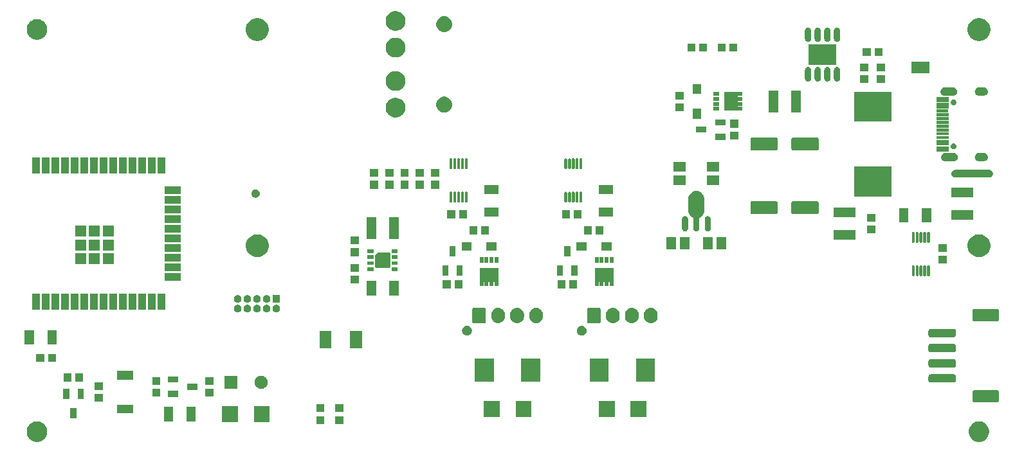
<source format=gts>
G04 #@! TF.GenerationSoftware,KiCad,Pcbnew,(5.1.5)-3*
G04 #@! TF.CreationDate,2020-05-10T15:15:20+08:00*
G04 #@! TF.ProjectId,SmartAPS,536d6172-7441-4505-932e-6b696361645f,1.0*
G04 #@! TF.SameCoordinates,PX5f5e100PY7bfa480*
G04 #@! TF.FileFunction,Soldermask,Top*
G04 #@! TF.FilePolarity,Negative*
%FSLAX46Y46*%
G04 Gerber Fmt 4.6, Leading zero omitted, Abs format (unit mm)*
G04 Created by KiCad (PCBNEW (5.1.5)-3) date 2020-05-10 15:15:20*
%MOMM*%
%LPD*%
G04 APERTURE LIST*
%ADD10C,0.100000*%
G04 APERTURE END LIST*
D10*
G36*
X127393779Y4798121D02*
G01*
X127639465Y4696355D01*
X127860572Y4548616D01*
X128048616Y4360572D01*
X128196355Y4139465D01*
X128298121Y3893779D01*
X128350000Y3632966D01*
X128350000Y3367034D01*
X128298121Y3106221D01*
X128196355Y2860535D01*
X128048616Y2639428D01*
X127860572Y2451384D01*
X127639465Y2303645D01*
X127393779Y2201879D01*
X127132966Y2150000D01*
X126867034Y2150000D01*
X126606221Y2201879D01*
X126360535Y2303645D01*
X126139428Y2451384D01*
X125951384Y2639428D01*
X125803645Y2860535D01*
X125701879Y3106221D01*
X125650000Y3367034D01*
X125650000Y3632966D01*
X125701879Y3893779D01*
X125803645Y4139465D01*
X125951384Y4360572D01*
X126139428Y4548616D01*
X126360535Y4696355D01*
X126606221Y4798121D01*
X126867034Y4850000D01*
X127132966Y4850000D01*
X127393779Y4798121D01*
G37*
G36*
X3393779Y4798121D02*
G01*
X3639465Y4696355D01*
X3860572Y4548616D01*
X4048616Y4360572D01*
X4196355Y4139465D01*
X4298121Y3893779D01*
X4350000Y3632966D01*
X4350000Y3367034D01*
X4298121Y3106221D01*
X4196355Y2860535D01*
X4048616Y2639428D01*
X3860572Y2451384D01*
X3639465Y2303645D01*
X3393779Y2201879D01*
X3132966Y2150000D01*
X2867034Y2150000D01*
X2606221Y2201879D01*
X2360535Y2303645D01*
X2139428Y2451384D01*
X1951384Y2639428D01*
X1803645Y2860535D01*
X1701879Y3106221D01*
X1650000Y3367034D01*
X1650000Y3632966D01*
X1701879Y3893779D01*
X1803645Y4139465D01*
X1951384Y4360572D01*
X2139428Y4548616D01*
X2360535Y4696355D01*
X2606221Y4798121D01*
X2867034Y4850000D01*
X3132966Y4850000D01*
X3393779Y4798121D01*
G37*
G36*
X40840000Y4515000D02*
G01*
X39760000Y4515000D01*
X39760000Y5545000D01*
X40840000Y5545000D01*
X40840000Y4515000D01*
G37*
G36*
X43340000Y4515000D02*
G01*
X42260000Y4515000D01*
X42260000Y5545000D01*
X43340000Y5545000D01*
X43340000Y4515000D01*
G37*
G36*
X29450000Y4750000D02*
G01*
X27350000Y4750000D01*
X27350000Y6850000D01*
X29450000Y6850000D01*
X29450000Y4750000D01*
G37*
G36*
X33650000Y4750000D02*
G01*
X31550000Y4750000D01*
X31550000Y6850000D01*
X33650000Y6850000D01*
X33650000Y4750000D01*
G37*
G36*
X23905000Y4850000D02*
G01*
X22675000Y4850000D01*
X22675000Y6750000D01*
X23905000Y6750000D01*
X23905000Y4850000D01*
G37*
G36*
X20925000Y4850000D02*
G01*
X19695000Y4850000D01*
X19695000Y6750000D01*
X20925000Y6750000D01*
X20925000Y4850000D01*
G37*
G36*
X8200000Y5275000D02*
G01*
X7400000Y5275000D01*
X7400000Y6625000D01*
X8200000Y6625000D01*
X8200000Y5275000D01*
G37*
G36*
X83250000Y5450000D02*
G01*
X81150000Y5450000D01*
X81150000Y7550000D01*
X83250000Y7550000D01*
X83250000Y5450000D01*
G37*
G36*
X63900000Y5450000D02*
G01*
X61800000Y5450000D01*
X61800000Y7550000D01*
X63900000Y7550000D01*
X63900000Y5450000D01*
G37*
G36*
X68100000Y5450000D02*
G01*
X66000000Y5450000D01*
X66000000Y7550000D01*
X68100000Y7550000D01*
X68100000Y5450000D01*
G37*
G36*
X79050000Y5450000D02*
G01*
X76950000Y5450000D01*
X76950000Y7550000D01*
X79050000Y7550000D01*
X79050000Y5450000D01*
G37*
G36*
X15650000Y5900000D02*
G01*
X13550000Y5900000D01*
X13550000Y7050000D01*
X15650000Y7050000D01*
X15650000Y5900000D01*
G37*
G36*
X43340000Y6055000D02*
G01*
X42260000Y6055000D01*
X42260000Y7085000D01*
X43340000Y7085000D01*
X43340000Y6055000D01*
G37*
G36*
X40840000Y6055000D02*
G01*
X39760000Y6055000D01*
X39760000Y7085000D01*
X40840000Y7085000D01*
X40840000Y6055000D01*
G37*
G36*
X129456330Y8945188D02*
G01*
X129501424Y8931510D01*
X129542980Y8909297D01*
X129579404Y8879404D01*
X129609297Y8842980D01*
X129631510Y8801424D01*
X129645188Y8756330D01*
X129650000Y8707478D01*
X129650000Y7592522D01*
X129645188Y7543670D01*
X129631510Y7498576D01*
X129609297Y7457020D01*
X129579404Y7420596D01*
X129542980Y7390703D01*
X129501424Y7368490D01*
X129456330Y7354812D01*
X129407478Y7350000D01*
X126392522Y7350000D01*
X126343670Y7354812D01*
X126298576Y7368490D01*
X126257020Y7390703D01*
X126220596Y7420596D01*
X126190703Y7457020D01*
X126168490Y7498576D01*
X126154812Y7543670D01*
X126150000Y7592522D01*
X126150000Y8707478D01*
X126154812Y8756330D01*
X126168490Y8801424D01*
X126190703Y8842980D01*
X126220596Y8879404D01*
X126257020Y8909297D01*
X126298576Y8931510D01*
X126343670Y8945188D01*
X126392522Y8950000D01*
X129407478Y8950000D01*
X129456330Y8945188D01*
G37*
G36*
X11640000Y7415000D02*
G01*
X10560000Y7415000D01*
X10560000Y8445000D01*
X11640000Y8445000D01*
X11640000Y7415000D01*
G37*
G36*
X9150000Y7775000D02*
G01*
X8350000Y7775000D01*
X8350000Y9125000D01*
X9150000Y9125000D01*
X9150000Y7775000D01*
G37*
G36*
X7250000Y7775000D02*
G01*
X6450000Y7775000D01*
X6450000Y9125000D01*
X7250000Y9125000D01*
X7250000Y7775000D01*
G37*
G36*
X21625000Y8050000D02*
G01*
X20275000Y8050000D01*
X20275000Y8850000D01*
X21625000Y8850000D01*
X21625000Y8050000D01*
G37*
G36*
X26240000Y8115000D02*
G01*
X25160000Y8115000D01*
X25160000Y9145000D01*
X26240000Y9145000D01*
X26240000Y8115000D01*
G37*
G36*
X19240000Y8115000D02*
G01*
X18160000Y8115000D01*
X18160000Y9145000D01*
X19240000Y9145000D01*
X19240000Y8115000D01*
G37*
G36*
X11640000Y8955000D02*
G01*
X10560000Y8955000D01*
X10560000Y9985000D01*
X11640000Y9985000D01*
X11640000Y8955000D01*
G37*
G36*
X24125000Y9000000D02*
G01*
X22775000Y9000000D01*
X22775000Y9800000D01*
X24125000Y9800000D01*
X24125000Y9000000D01*
G37*
G36*
X32747934Y10817336D02*
G01*
X32902625Y10753261D01*
X32902626Y10753260D01*
X33041844Y10660238D01*
X33160238Y10541844D01*
X33222533Y10448612D01*
X33253261Y10402625D01*
X33317336Y10247934D01*
X33350000Y10083720D01*
X33350000Y9916280D01*
X33317336Y9752066D01*
X33253261Y9597375D01*
X33253260Y9597374D01*
X33160238Y9458156D01*
X33041844Y9339762D01*
X32948612Y9277467D01*
X32902625Y9246739D01*
X32747934Y9182664D01*
X32583720Y9150000D01*
X32416280Y9150000D01*
X32252066Y9182664D01*
X32097375Y9246739D01*
X32051388Y9277467D01*
X31958156Y9339762D01*
X31839762Y9458156D01*
X31746740Y9597374D01*
X31746739Y9597375D01*
X31682664Y9752066D01*
X31650000Y9916280D01*
X31650000Y10083720D01*
X31682664Y10247934D01*
X31746739Y10402625D01*
X31777467Y10448612D01*
X31839762Y10541844D01*
X31958156Y10660238D01*
X32097374Y10753260D01*
X32097375Y10753261D01*
X32252066Y10817336D01*
X32416280Y10850000D01*
X32583720Y10850000D01*
X32747934Y10817336D01*
G37*
G36*
X29350000Y9150000D02*
G01*
X27650000Y9150000D01*
X27650000Y10850000D01*
X29350000Y10850000D01*
X29350000Y9150000D01*
G37*
G36*
X19240000Y9655000D02*
G01*
X18160000Y9655000D01*
X18160000Y10685000D01*
X19240000Y10685000D01*
X19240000Y9655000D01*
G37*
G36*
X26240000Y9655000D02*
G01*
X25160000Y9655000D01*
X25160000Y10685000D01*
X26240000Y10685000D01*
X26240000Y9655000D01*
G37*
G36*
X21625000Y9950000D02*
G01*
X20275000Y9950000D01*
X20275000Y10750000D01*
X21625000Y10750000D01*
X21625000Y9950000D01*
G37*
G36*
X123744706Y11044912D02*
G01*
X123792512Y11030410D01*
X123836562Y11006865D01*
X123875175Y10975175D01*
X123906865Y10936562D01*
X123930410Y10892512D01*
X123944912Y10844706D01*
X123950000Y10793040D01*
X123950000Y10206960D01*
X123944912Y10155294D01*
X123930410Y10107488D01*
X123906865Y10063438D01*
X123875175Y10024825D01*
X123836562Y9993135D01*
X123792512Y9969590D01*
X123744706Y9955088D01*
X123693040Y9950000D01*
X120606960Y9950000D01*
X120555294Y9955088D01*
X120507488Y9969590D01*
X120463438Y9993135D01*
X120424825Y10024825D01*
X120393135Y10063438D01*
X120369590Y10107488D01*
X120355088Y10155294D01*
X120350000Y10206960D01*
X120350000Y10793040D01*
X120355088Y10844706D01*
X120369590Y10892512D01*
X120393135Y10936562D01*
X120424825Y10975175D01*
X120463438Y11006865D01*
X120507488Y11030410D01*
X120555294Y11044912D01*
X120606960Y11050000D01*
X123693040Y11050000D01*
X123744706Y11044912D01*
G37*
G36*
X9085000Y10060000D02*
G01*
X8055000Y10060000D01*
X8055000Y11140000D01*
X9085000Y11140000D01*
X9085000Y10060000D01*
G37*
G36*
X7545000Y10060000D02*
G01*
X6515000Y10060000D01*
X6515000Y11140000D01*
X7545000Y11140000D01*
X7545000Y10060000D01*
G37*
G36*
X63145800Y10102200D02*
G01*
X60645500Y10102200D01*
X60645500Y13097800D01*
X63145800Y13097800D01*
X63145800Y10102200D01*
G37*
G36*
X69254500Y10102200D02*
G01*
X66754200Y10102200D01*
X66754200Y13097800D01*
X69254500Y13097800D01*
X69254500Y10102200D01*
G37*
G36*
X84354500Y10102200D02*
G01*
X81854200Y10102200D01*
X81854200Y13097800D01*
X84354500Y13097800D01*
X84354500Y10102200D01*
G37*
G36*
X78245800Y10102200D02*
G01*
X75745500Y10102200D01*
X75745500Y13097800D01*
X78245800Y13097800D01*
X78245800Y10102200D01*
G37*
G36*
X15650000Y10350000D02*
G01*
X13550000Y10350000D01*
X13550000Y11500000D01*
X15650000Y11500000D01*
X15650000Y10350000D01*
G37*
G36*
X123744706Y13044912D02*
G01*
X123792512Y13030410D01*
X123836562Y13006865D01*
X123875175Y12975175D01*
X123906865Y12936562D01*
X123930410Y12892512D01*
X123944912Y12844706D01*
X123950000Y12793040D01*
X123950000Y12206960D01*
X123944912Y12155294D01*
X123930410Y12107488D01*
X123906865Y12063438D01*
X123875175Y12024825D01*
X123836562Y11993135D01*
X123792512Y11969590D01*
X123744706Y11955088D01*
X123693040Y11950000D01*
X120606960Y11950000D01*
X120555294Y11955088D01*
X120507488Y11969590D01*
X120463438Y11993135D01*
X120424825Y12024825D01*
X120393135Y12063438D01*
X120369590Y12107488D01*
X120355088Y12155294D01*
X120350000Y12206960D01*
X120350000Y12793040D01*
X120355088Y12844706D01*
X120369590Y12892512D01*
X120393135Y12936562D01*
X120424825Y12975175D01*
X120463438Y13006865D01*
X120507488Y13030410D01*
X120555294Y13044912D01*
X120606960Y13050000D01*
X123693040Y13050000D01*
X123744706Y13044912D01*
G37*
G36*
X5485000Y12660000D02*
G01*
X4455000Y12660000D01*
X4455000Y13740000D01*
X5485000Y13740000D01*
X5485000Y12660000D01*
G37*
G36*
X3945000Y12660000D02*
G01*
X2915000Y12660000D01*
X2915000Y13740000D01*
X3945000Y13740000D01*
X3945000Y12660000D01*
G37*
G36*
X123744706Y15044912D02*
G01*
X123792512Y15030410D01*
X123836562Y15006865D01*
X123875175Y14975175D01*
X123906865Y14936562D01*
X123930410Y14892512D01*
X123944912Y14844706D01*
X123950000Y14793040D01*
X123950000Y14206960D01*
X123944912Y14155294D01*
X123930410Y14107488D01*
X123906865Y14063438D01*
X123875175Y14024825D01*
X123836562Y13993135D01*
X123792512Y13969590D01*
X123744706Y13955088D01*
X123693040Y13950000D01*
X120606960Y13950000D01*
X120555294Y13955088D01*
X120507488Y13969590D01*
X120463438Y13993135D01*
X120424825Y14024825D01*
X120393135Y14063438D01*
X120369590Y14107488D01*
X120355088Y14155294D01*
X120350000Y14206960D01*
X120350000Y14793040D01*
X120355088Y14844706D01*
X120369590Y14892512D01*
X120393135Y14936562D01*
X120424825Y14975175D01*
X120463438Y15006865D01*
X120507488Y15030410D01*
X120555294Y15044912D01*
X120606960Y15050000D01*
X123693040Y15050000D01*
X123744706Y15044912D01*
G37*
G36*
X45775000Y14450000D02*
G01*
X44225000Y14450000D01*
X44225000Y16750000D01*
X45775000Y16750000D01*
X45775000Y14450000D01*
G37*
G36*
X41775000Y14450000D02*
G01*
X40225000Y14450000D01*
X40225000Y16750000D01*
X41775000Y16750000D01*
X41775000Y14450000D01*
G37*
G36*
X2625000Y14950000D02*
G01*
X1395000Y14950000D01*
X1395000Y16850000D01*
X2625000Y16850000D01*
X2625000Y14950000D01*
G37*
G36*
X5605000Y14950000D02*
G01*
X4375000Y14950000D01*
X4375000Y16850000D01*
X5605000Y16850000D01*
X5605000Y14950000D01*
G37*
G36*
X123744706Y17044912D02*
G01*
X123792512Y17030410D01*
X123836562Y17006865D01*
X123875175Y16975175D01*
X123906865Y16936562D01*
X123930410Y16892512D01*
X123944912Y16844706D01*
X123950000Y16793040D01*
X123950000Y16206960D01*
X123944912Y16155294D01*
X123930410Y16107488D01*
X123906865Y16063438D01*
X123875175Y16024825D01*
X123836562Y15993135D01*
X123792512Y15969590D01*
X123744706Y15955088D01*
X123693040Y15950000D01*
X120606960Y15950000D01*
X120555294Y15955088D01*
X120507488Y15969590D01*
X120463438Y15993135D01*
X120424825Y16024825D01*
X120393135Y16063438D01*
X120369590Y16107488D01*
X120355088Y16155294D01*
X120350000Y16206960D01*
X120350000Y16793040D01*
X120355088Y16844706D01*
X120369590Y16892512D01*
X120393135Y16936562D01*
X120424825Y16975175D01*
X120463438Y17006865D01*
X120507488Y17030410D01*
X120555294Y17044912D01*
X120606960Y17050000D01*
X123693040Y17050000D01*
X123744706Y17044912D01*
G37*
G36*
X74889597Y17425022D02*
G01*
X75007890Y17376024D01*
X75114348Y17304891D01*
X75204891Y17214348D01*
X75276024Y17107890D01*
X75325022Y16989597D01*
X75350000Y16864022D01*
X75350000Y16735978D01*
X75325022Y16610403D01*
X75276024Y16492110D01*
X75204891Y16385652D01*
X75114348Y16295109D01*
X75007890Y16223976D01*
X74889597Y16174978D01*
X74764022Y16150000D01*
X74635978Y16150000D01*
X74510403Y16174978D01*
X74392110Y16223976D01*
X74285652Y16295109D01*
X74195109Y16385652D01*
X74123976Y16492110D01*
X74074978Y16610403D01*
X74050000Y16735978D01*
X74050000Y16864022D01*
X74074978Y16989597D01*
X74123976Y17107890D01*
X74195109Y17214348D01*
X74285652Y17304891D01*
X74392110Y17376024D01*
X74510403Y17425022D01*
X74635978Y17450000D01*
X74764022Y17450000D01*
X74889597Y17425022D01*
G37*
G36*
X59789597Y17425022D02*
G01*
X59907890Y17376024D01*
X60014348Y17304891D01*
X60104891Y17214348D01*
X60176024Y17107890D01*
X60225022Y16989597D01*
X60250000Y16864022D01*
X60250000Y16735978D01*
X60225022Y16610403D01*
X60176024Y16492110D01*
X60104891Y16385652D01*
X60014348Y16295109D01*
X59907890Y16223976D01*
X59789597Y16174978D01*
X59664022Y16150000D01*
X59535978Y16150000D01*
X59410403Y16174978D01*
X59292110Y16223976D01*
X59185652Y16295109D01*
X59095109Y16385652D01*
X59023976Y16492110D01*
X58974978Y16610403D01*
X58950000Y16735978D01*
X58950000Y16864022D01*
X58974978Y16989597D01*
X59023976Y17107890D01*
X59095109Y17214348D01*
X59185652Y17304891D01*
X59292110Y17376024D01*
X59410403Y17425022D01*
X59535978Y17450000D01*
X59664022Y17450000D01*
X59789597Y17425022D01*
G37*
G36*
X66376427Y19811978D02*
G01*
X66546082Y19760514D01*
X66702431Y19676944D01*
X66839475Y19564475D01*
X66951944Y19427431D01*
X67035514Y19271083D01*
X67086978Y19101428D01*
X67100000Y18969216D01*
X67100000Y18630785D01*
X67086978Y18498573D01*
X67035514Y18328917D01*
X66951944Y18172569D01*
X66839475Y18035525D01*
X66702431Y17923056D01*
X66546083Y17839486D01*
X66376428Y17788022D01*
X66200000Y17770645D01*
X66023573Y17788022D01*
X65853918Y17839486D01*
X65697570Y17923056D01*
X65560525Y18035525D01*
X65448056Y18172569D01*
X65364486Y18328917D01*
X65313022Y18498572D01*
X65300000Y18630784D01*
X65300000Y18969215D01*
X65313022Y19101427D01*
X65364486Y19271082D01*
X65448056Y19427431D01*
X65560525Y19564475D01*
X65697569Y19676944D01*
X65853917Y19760514D01*
X66023572Y19811978D01*
X66200000Y19829355D01*
X66376427Y19811978D01*
G37*
G36*
X78976427Y19811978D02*
G01*
X79146082Y19760514D01*
X79302431Y19676944D01*
X79439475Y19564475D01*
X79551944Y19427431D01*
X79635514Y19271083D01*
X79686978Y19101428D01*
X79700000Y18969216D01*
X79700000Y18630785D01*
X79686978Y18498573D01*
X79635514Y18328917D01*
X79551944Y18172569D01*
X79439475Y18035525D01*
X79302431Y17923056D01*
X79146083Y17839486D01*
X78976428Y17788022D01*
X78800000Y17770645D01*
X78623573Y17788022D01*
X78453918Y17839486D01*
X78297570Y17923056D01*
X78160525Y18035525D01*
X78048056Y18172569D01*
X77964486Y18328917D01*
X77913022Y18498572D01*
X77900000Y18630784D01*
X77900000Y18969215D01*
X77913022Y19101427D01*
X77964486Y19271082D01*
X78048056Y19427431D01*
X78160525Y19564475D01*
X78297569Y19676944D01*
X78453917Y19760514D01*
X78623572Y19811978D01*
X78800000Y19829355D01*
X78976427Y19811978D01*
G37*
G36*
X81476427Y19811978D02*
G01*
X81646082Y19760514D01*
X81802431Y19676944D01*
X81939475Y19564475D01*
X82051944Y19427431D01*
X82135514Y19271083D01*
X82186978Y19101428D01*
X82200000Y18969216D01*
X82200000Y18630785D01*
X82186978Y18498573D01*
X82135514Y18328917D01*
X82051944Y18172569D01*
X81939475Y18035525D01*
X81802431Y17923056D01*
X81646083Y17839486D01*
X81476428Y17788022D01*
X81300000Y17770645D01*
X81123573Y17788022D01*
X80953918Y17839486D01*
X80797570Y17923056D01*
X80660525Y18035525D01*
X80548056Y18172569D01*
X80464486Y18328917D01*
X80413022Y18498572D01*
X80400000Y18630784D01*
X80400000Y18969215D01*
X80413022Y19101427D01*
X80464486Y19271082D01*
X80548056Y19427431D01*
X80660525Y19564475D01*
X80797569Y19676944D01*
X80953917Y19760514D01*
X81123572Y19811978D01*
X81300000Y19829355D01*
X81476427Y19811978D01*
G37*
G36*
X63876427Y19811978D02*
G01*
X64046082Y19760514D01*
X64202431Y19676944D01*
X64339475Y19564475D01*
X64451944Y19427431D01*
X64535514Y19271083D01*
X64586978Y19101428D01*
X64600000Y18969216D01*
X64600000Y18630785D01*
X64586978Y18498573D01*
X64535514Y18328917D01*
X64451944Y18172569D01*
X64339475Y18035525D01*
X64202431Y17923056D01*
X64046083Y17839486D01*
X63876428Y17788022D01*
X63700000Y17770645D01*
X63523573Y17788022D01*
X63353918Y17839486D01*
X63197570Y17923056D01*
X63060525Y18035525D01*
X62948056Y18172569D01*
X62864486Y18328917D01*
X62813022Y18498572D01*
X62800000Y18630784D01*
X62800000Y18969215D01*
X62813022Y19101427D01*
X62864486Y19271082D01*
X62948056Y19427431D01*
X63060525Y19564475D01*
X63197569Y19676944D01*
X63353917Y19760514D01*
X63523572Y19811978D01*
X63700000Y19829355D01*
X63876427Y19811978D01*
G37*
G36*
X83976427Y19811978D02*
G01*
X84146082Y19760514D01*
X84302431Y19676944D01*
X84439475Y19564475D01*
X84551944Y19427431D01*
X84635514Y19271083D01*
X84686978Y19101428D01*
X84700000Y18969216D01*
X84700000Y18630785D01*
X84686978Y18498573D01*
X84635514Y18328917D01*
X84551944Y18172569D01*
X84439475Y18035525D01*
X84302431Y17923056D01*
X84146083Y17839486D01*
X83976428Y17788022D01*
X83800000Y17770645D01*
X83623573Y17788022D01*
X83453918Y17839486D01*
X83297570Y17923056D01*
X83160525Y18035525D01*
X83048056Y18172569D01*
X82964486Y18328917D01*
X82913022Y18498572D01*
X82900000Y18630784D01*
X82900000Y18969215D01*
X82913022Y19101427D01*
X82964486Y19271082D01*
X83048056Y19427431D01*
X83160525Y19564475D01*
X83297569Y19676944D01*
X83453917Y19760514D01*
X83623572Y19811978D01*
X83800000Y19829355D01*
X83976427Y19811978D01*
G37*
G36*
X68876427Y19811978D02*
G01*
X69046082Y19760514D01*
X69202431Y19676944D01*
X69339475Y19564475D01*
X69451944Y19427431D01*
X69535514Y19271083D01*
X69586978Y19101428D01*
X69600000Y18969216D01*
X69600000Y18630785D01*
X69586978Y18498573D01*
X69535514Y18328917D01*
X69451944Y18172569D01*
X69339475Y18035525D01*
X69202431Y17923056D01*
X69046083Y17839486D01*
X68876428Y17788022D01*
X68700000Y17770645D01*
X68523573Y17788022D01*
X68353918Y17839486D01*
X68197570Y17923056D01*
X68060525Y18035525D01*
X67948056Y18172569D01*
X67864486Y18328917D01*
X67813022Y18498572D01*
X67800000Y18630784D01*
X67800000Y18969215D01*
X67813022Y19101427D01*
X67864486Y19271082D01*
X67948056Y19427431D01*
X68060525Y19564475D01*
X68197569Y19676944D01*
X68353917Y19760514D01*
X68523572Y19811978D01*
X68700000Y19829355D01*
X68876427Y19811978D01*
G37*
G36*
X77009621Y19820268D02*
G01*
X77053950Y19806820D01*
X77094797Y19784987D01*
X77130602Y19755602D01*
X77159987Y19719797D01*
X77181820Y19678950D01*
X77195268Y19634621D01*
X77200000Y19586569D01*
X77200000Y18013431D01*
X77195268Y17965379D01*
X77181820Y17921050D01*
X77159987Y17880203D01*
X77130602Y17844398D01*
X77094797Y17815013D01*
X77053950Y17793180D01*
X77009621Y17779732D01*
X76961569Y17775000D01*
X75638431Y17775000D01*
X75590379Y17779732D01*
X75546050Y17793180D01*
X75505203Y17815013D01*
X75469398Y17844398D01*
X75440013Y17880203D01*
X75418180Y17921050D01*
X75404732Y17965379D01*
X75400000Y18013431D01*
X75400000Y19586569D01*
X75404732Y19634621D01*
X75418180Y19678950D01*
X75440013Y19719797D01*
X75469398Y19755602D01*
X75505203Y19784987D01*
X75546050Y19806820D01*
X75590379Y19820268D01*
X75638431Y19825000D01*
X76961569Y19825000D01*
X77009621Y19820268D01*
G37*
G36*
X61909621Y19820268D02*
G01*
X61953950Y19806820D01*
X61994797Y19784987D01*
X62030602Y19755602D01*
X62059987Y19719797D01*
X62081820Y19678950D01*
X62095268Y19634621D01*
X62100000Y19586569D01*
X62100000Y18013431D01*
X62095268Y17965379D01*
X62081820Y17921050D01*
X62059987Y17880203D01*
X62030602Y17844398D01*
X61994797Y17815013D01*
X61953950Y17793180D01*
X61909621Y17779732D01*
X61861569Y17775000D01*
X60538431Y17775000D01*
X60490379Y17779732D01*
X60446050Y17793180D01*
X60405203Y17815013D01*
X60369398Y17844398D01*
X60340013Y17880203D01*
X60318180Y17921050D01*
X60304732Y17965379D01*
X60300000Y18013431D01*
X60300000Y19586569D01*
X60304732Y19634621D01*
X60318180Y19678950D01*
X60340013Y19719797D01*
X60369398Y19755602D01*
X60405203Y19784987D01*
X60446050Y19806820D01*
X60490379Y19820268D01*
X60538431Y19825000D01*
X61861569Y19825000D01*
X61909621Y19820268D01*
G37*
G36*
X129456330Y19645188D02*
G01*
X129501424Y19631510D01*
X129542980Y19609297D01*
X129579404Y19579404D01*
X129609297Y19542980D01*
X129631510Y19501424D01*
X129645188Y19456330D01*
X129650000Y19407478D01*
X129650000Y18292522D01*
X129645188Y18243670D01*
X129631510Y18198576D01*
X129609297Y18157020D01*
X129579404Y18120596D01*
X129542980Y18090703D01*
X129501424Y18068490D01*
X129456330Y18054812D01*
X129407478Y18050000D01*
X126392522Y18050000D01*
X126343670Y18054812D01*
X126298576Y18068490D01*
X126257020Y18090703D01*
X126220596Y18120596D01*
X126190703Y18157020D01*
X126168490Y18198576D01*
X126154812Y18243670D01*
X126150000Y18292522D01*
X126150000Y19407478D01*
X126154812Y19456330D01*
X126168490Y19501424D01*
X126190703Y19542980D01*
X126220596Y19579404D01*
X126257020Y19609297D01*
X126298576Y19631510D01*
X126343670Y19645188D01*
X126392522Y19650000D01*
X129407478Y19650000D01*
X129456330Y19645188D01*
G37*
G36*
X32105844Y20210786D02*
G01*
X32196839Y20173095D01*
X32278728Y20118378D01*
X32348378Y20048728D01*
X32403095Y19966839D01*
X32440786Y19875844D01*
X32460000Y19779248D01*
X32460000Y19680752D01*
X32440786Y19584156D01*
X32403095Y19493161D01*
X32348378Y19411272D01*
X32278728Y19341622D01*
X32196839Y19286905D01*
X32105844Y19249214D01*
X32009248Y19230000D01*
X31910752Y19230000D01*
X31814156Y19249214D01*
X31723161Y19286905D01*
X31641272Y19341622D01*
X31571622Y19411272D01*
X31516905Y19493161D01*
X31479214Y19584156D01*
X31460000Y19680752D01*
X31460000Y19779248D01*
X31479214Y19875844D01*
X31516905Y19966839D01*
X31571622Y20048728D01*
X31641272Y20118378D01*
X31723161Y20173095D01*
X31814156Y20210786D01*
X31910752Y20230000D01*
X32009248Y20230000D01*
X32105844Y20210786D01*
G37*
G36*
X33375844Y20210786D02*
G01*
X33466839Y20173095D01*
X33548728Y20118378D01*
X33618378Y20048728D01*
X33673095Y19966839D01*
X33710786Y19875844D01*
X33730000Y19779248D01*
X33730000Y19680752D01*
X33710786Y19584156D01*
X33673095Y19493161D01*
X33618378Y19411272D01*
X33548728Y19341622D01*
X33466839Y19286905D01*
X33375844Y19249214D01*
X33279248Y19230000D01*
X33180752Y19230000D01*
X33084156Y19249214D01*
X32993161Y19286905D01*
X32911272Y19341622D01*
X32841622Y19411272D01*
X32786905Y19493161D01*
X32749214Y19584156D01*
X32730000Y19680752D01*
X32730000Y19779248D01*
X32749214Y19875844D01*
X32786905Y19966839D01*
X32841622Y20048728D01*
X32911272Y20118378D01*
X32993161Y20173095D01*
X33084156Y20210786D01*
X33180752Y20230000D01*
X33279248Y20230000D01*
X33375844Y20210786D01*
G37*
G36*
X30835844Y20210786D02*
G01*
X30926839Y20173095D01*
X31008728Y20118378D01*
X31078378Y20048728D01*
X31133095Y19966839D01*
X31170786Y19875844D01*
X31190000Y19779248D01*
X31190000Y19680752D01*
X31170786Y19584156D01*
X31133095Y19493161D01*
X31078378Y19411272D01*
X31008728Y19341622D01*
X30926839Y19286905D01*
X30835844Y19249214D01*
X30739248Y19230000D01*
X30640752Y19230000D01*
X30544156Y19249214D01*
X30453161Y19286905D01*
X30371272Y19341622D01*
X30301622Y19411272D01*
X30246905Y19493161D01*
X30209214Y19584156D01*
X30190000Y19680752D01*
X30190000Y19779248D01*
X30209214Y19875844D01*
X30246905Y19966839D01*
X30301622Y20048728D01*
X30371272Y20118378D01*
X30453161Y20173095D01*
X30544156Y20210786D01*
X30640752Y20230000D01*
X30739248Y20230000D01*
X30835844Y20210786D01*
G37*
G36*
X29565844Y20210786D02*
G01*
X29656839Y20173095D01*
X29738728Y20118378D01*
X29808378Y20048728D01*
X29863095Y19966839D01*
X29900786Y19875844D01*
X29920000Y19779248D01*
X29920000Y19680752D01*
X29900786Y19584156D01*
X29863095Y19493161D01*
X29808378Y19411272D01*
X29738728Y19341622D01*
X29656839Y19286905D01*
X29565844Y19249214D01*
X29469248Y19230000D01*
X29370752Y19230000D01*
X29274156Y19249214D01*
X29183161Y19286905D01*
X29101272Y19341622D01*
X29031622Y19411272D01*
X28976905Y19493161D01*
X28939214Y19584156D01*
X28920000Y19680752D01*
X28920000Y19779248D01*
X28939214Y19875844D01*
X28976905Y19966839D01*
X29031622Y20048728D01*
X29101272Y20118378D01*
X29183161Y20173095D01*
X29274156Y20210786D01*
X29370752Y20230000D01*
X29469248Y20230000D01*
X29565844Y20210786D01*
G37*
G36*
X34645844Y20210786D02*
G01*
X34736839Y20173095D01*
X34818728Y20118378D01*
X34888378Y20048728D01*
X34943095Y19966839D01*
X34980786Y19875844D01*
X35000000Y19779248D01*
X35000000Y19680752D01*
X34980786Y19584156D01*
X34943095Y19493161D01*
X34888378Y19411272D01*
X34818728Y19341622D01*
X34736839Y19286905D01*
X34645844Y19249214D01*
X34549248Y19230000D01*
X34450752Y19230000D01*
X34354156Y19249214D01*
X34263161Y19286905D01*
X34181272Y19341622D01*
X34111622Y19411272D01*
X34056905Y19493161D01*
X34019214Y19584156D01*
X34000000Y19680752D01*
X34000000Y19779248D01*
X34019214Y19875844D01*
X34056905Y19966839D01*
X34111622Y20048728D01*
X34181272Y20118378D01*
X34263161Y20173095D01*
X34354156Y20210786D01*
X34450752Y20230000D01*
X34549248Y20230000D01*
X34645844Y20210786D01*
G37*
G36*
X18610000Y19550000D02*
G01*
X17610000Y19550000D01*
X17610000Y21650000D01*
X18610000Y21650000D01*
X18610000Y19550000D01*
G37*
G36*
X17340000Y19550000D02*
G01*
X16340000Y19550000D01*
X16340000Y21650000D01*
X17340000Y21650000D01*
X17340000Y19550000D01*
G37*
G36*
X16070000Y19550000D02*
G01*
X15070000Y19550000D01*
X15070000Y21650000D01*
X16070000Y21650000D01*
X16070000Y19550000D01*
G37*
G36*
X3370000Y19550000D02*
G01*
X2370000Y19550000D01*
X2370000Y21650000D01*
X3370000Y21650000D01*
X3370000Y19550000D01*
G37*
G36*
X4640000Y19550000D02*
G01*
X3640000Y19550000D01*
X3640000Y21650000D01*
X4640000Y21650000D01*
X4640000Y19550000D01*
G37*
G36*
X14800000Y19550000D02*
G01*
X13800000Y19550000D01*
X13800000Y21650000D01*
X14800000Y21650000D01*
X14800000Y19550000D01*
G37*
G36*
X13530000Y19550000D02*
G01*
X12530000Y19550000D01*
X12530000Y21650000D01*
X13530000Y21650000D01*
X13530000Y19550000D01*
G37*
G36*
X10990000Y19550000D02*
G01*
X9990000Y19550000D01*
X9990000Y21650000D01*
X10990000Y21650000D01*
X10990000Y19550000D01*
G37*
G36*
X12260000Y19550000D02*
G01*
X11260000Y19550000D01*
X11260000Y21650000D01*
X12260000Y21650000D01*
X12260000Y19550000D01*
G37*
G36*
X5910000Y19550000D02*
G01*
X4910000Y19550000D01*
X4910000Y21650000D01*
X5910000Y21650000D01*
X5910000Y19550000D01*
G37*
G36*
X19880000Y19550000D02*
G01*
X18880000Y19550000D01*
X18880000Y21650000D01*
X19880000Y21650000D01*
X19880000Y19550000D01*
G37*
G36*
X8450000Y19550000D02*
G01*
X7450000Y19550000D01*
X7450000Y21650000D01*
X8450000Y21650000D01*
X8450000Y19550000D01*
G37*
G36*
X9720000Y19550000D02*
G01*
X8720000Y19550000D01*
X8720000Y21650000D01*
X9720000Y21650000D01*
X9720000Y19550000D01*
G37*
G36*
X7180000Y19550000D02*
G01*
X6180000Y19550000D01*
X6180000Y21650000D01*
X7180000Y21650000D01*
X7180000Y19550000D01*
G37*
G36*
X30835844Y21480786D02*
G01*
X30926839Y21443095D01*
X31008728Y21388378D01*
X31078378Y21318728D01*
X31133095Y21236839D01*
X31170786Y21145844D01*
X31190000Y21049248D01*
X31190000Y20950752D01*
X31170786Y20854156D01*
X31133095Y20763161D01*
X31078378Y20681272D01*
X31008728Y20611622D01*
X30926839Y20556905D01*
X30835844Y20519214D01*
X30739248Y20500000D01*
X30640752Y20500000D01*
X30544156Y20519214D01*
X30453161Y20556905D01*
X30371272Y20611622D01*
X30301622Y20681272D01*
X30246905Y20763161D01*
X30209214Y20854156D01*
X30190000Y20950752D01*
X30190000Y21049248D01*
X30209214Y21145844D01*
X30246905Y21236839D01*
X30301622Y21318728D01*
X30371272Y21388378D01*
X30453161Y21443095D01*
X30544156Y21480786D01*
X30640752Y21500000D01*
X30739248Y21500000D01*
X30835844Y21480786D01*
G37*
G36*
X32105844Y21480786D02*
G01*
X32196839Y21443095D01*
X32278728Y21388378D01*
X32348378Y21318728D01*
X32403095Y21236839D01*
X32440786Y21145844D01*
X32460000Y21049248D01*
X32460000Y20950752D01*
X32440786Y20854156D01*
X32403095Y20763161D01*
X32348378Y20681272D01*
X32278728Y20611622D01*
X32196839Y20556905D01*
X32105844Y20519214D01*
X32009248Y20500000D01*
X31910752Y20500000D01*
X31814156Y20519214D01*
X31723161Y20556905D01*
X31641272Y20611622D01*
X31571622Y20681272D01*
X31516905Y20763161D01*
X31479214Y20854156D01*
X31460000Y20950752D01*
X31460000Y21049248D01*
X31479214Y21145844D01*
X31516905Y21236839D01*
X31571622Y21318728D01*
X31641272Y21388378D01*
X31723161Y21443095D01*
X31814156Y21480786D01*
X31910752Y21500000D01*
X32009248Y21500000D01*
X32105844Y21480786D01*
G37*
G36*
X33375844Y21480786D02*
G01*
X33466839Y21443095D01*
X33548728Y21388378D01*
X33618378Y21318728D01*
X33673095Y21236839D01*
X33710786Y21145844D01*
X33730000Y21049248D01*
X33730000Y20950752D01*
X33710786Y20854156D01*
X33673095Y20763161D01*
X33618378Y20681272D01*
X33548728Y20611622D01*
X33466839Y20556905D01*
X33375844Y20519214D01*
X33279248Y20500000D01*
X33180752Y20500000D01*
X33084156Y20519214D01*
X32993161Y20556905D01*
X32911272Y20611622D01*
X32841622Y20681272D01*
X32786905Y20763161D01*
X32749214Y20854156D01*
X32730000Y20950752D01*
X32730000Y21049248D01*
X32749214Y21145844D01*
X32786905Y21236839D01*
X32841622Y21318728D01*
X32911272Y21388378D01*
X32993161Y21443095D01*
X33084156Y21480786D01*
X33180752Y21500000D01*
X33279248Y21500000D01*
X33375844Y21480786D01*
G37*
G36*
X35000000Y20500000D02*
G01*
X34000000Y20500000D01*
X34000000Y21500000D01*
X35000000Y21500000D01*
X35000000Y20500000D01*
G37*
G36*
X29565844Y21480786D02*
G01*
X29656839Y21443095D01*
X29738728Y21388378D01*
X29808378Y21318728D01*
X29863095Y21236839D01*
X29900786Y21145844D01*
X29920000Y21049248D01*
X29920000Y20950752D01*
X29900786Y20854156D01*
X29863095Y20763161D01*
X29808378Y20681272D01*
X29738728Y20611622D01*
X29656839Y20556905D01*
X29565844Y20519214D01*
X29469248Y20500000D01*
X29370752Y20500000D01*
X29274156Y20519214D01*
X29183161Y20556905D01*
X29101272Y20611622D01*
X29031622Y20681272D01*
X28976905Y20763161D01*
X28939214Y20854156D01*
X28920000Y20950752D01*
X28920000Y21049248D01*
X28939214Y21145844D01*
X28976905Y21236839D01*
X29031622Y21318728D01*
X29101272Y21388378D01*
X29183161Y21443095D01*
X29274156Y21480786D01*
X29370752Y21500000D01*
X29469248Y21500000D01*
X29565844Y21480786D01*
G37*
G36*
X47625000Y21450000D02*
G01*
X46395000Y21450000D01*
X46395000Y23350000D01*
X47625000Y23350000D01*
X47625000Y21450000D01*
G37*
G36*
X50605000Y21450000D02*
G01*
X49375000Y21450000D01*
X49375000Y23350000D01*
X50605000Y23350000D01*
X50605000Y21450000D01*
G37*
G36*
X58985000Y22360000D02*
G01*
X57955000Y22360000D01*
X57955000Y23440000D01*
X58985000Y23440000D01*
X58985000Y22360000D01*
G37*
G36*
X74085000Y22360000D02*
G01*
X73055000Y22360000D01*
X73055000Y23440000D01*
X74085000Y23440000D01*
X74085000Y22360000D01*
G37*
G36*
X72545000Y22360000D02*
G01*
X71515000Y22360000D01*
X71515000Y23440000D01*
X72545000Y23440000D01*
X72545000Y22360000D01*
G37*
G36*
X57445000Y22360000D02*
G01*
X56415000Y22360000D01*
X56415000Y23440000D01*
X57445000Y23440000D01*
X57445000Y22360000D01*
G37*
G36*
X63735000Y22700000D02*
G01*
X63215000Y22700000D01*
X63215000Y23200001D01*
X63214231Y23207804D01*
X63211955Y23215308D01*
X63208259Y23222223D01*
X63203285Y23228285D01*
X63197223Y23233259D01*
X63190308Y23236955D01*
X63182804Y23239231D01*
X63175001Y23240000D01*
X63124999Y23240000D01*
X63117196Y23239231D01*
X63109692Y23236955D01*
X63102777Y23233259D01*
X63096715Y23228285D01*
X63091741Y23222223D01*
X63088045Y23215308D01*
X63085769Y23207804D01*
X63085000Y23200001D01*
X63085000Y22700000D01*
X62565000Y22700000D01*
X62565000Y23200001D01*
X62564231Y23207804D01*
X62561955Y23215308D01*
X62558259Y23222223D01*
X62553285Y23228285D01*
X62547223Y23233259D01*
X62540308Y23236955D01*
X62532804Y23239231D01*
X62525001Y23240000D01*
X62474999Y23240000D01*
X62467196Y23239231D01*
X62459692Y23236955D01*
X62452777Y23233259D01*
X62446715Y23228285D01*
X62441741Y23222223D01*
X62438045Y23215308D01*
X62435769Y23207804D01*
X62435000Y23200001D01*
X62435000Y22700000D01*
X61915000Y22700000D01*
X61915000Y23200001D01*
X61914231Y23207804D01*
X61911955Y23215308D01*
X61908259Y23222223D01*
X61903285Y23228285D01*
X61897223Y23233259D01*
X61890308Y23236955D01*
X61882804Y23239231D01*
X61875001Y23240000D01*
X61824999Y23240000D01*
X61817196Y23239231D01*
X61809692Y23236955D01*
X61802777Y23233259D01*
X61796715Y23228285D01*
X61791741Y23222223D01*
X61788045Y23215308D01*
X61785769Y23207804D01*
X61785000Y23200001D01*
X61785000Y22700000D01*
X61265000Y22700000D01*
X61265000Y25050000D01*
X63735000Y25050000D01*
X63735000Y22700000D01*
G37*
G36*
X78885000Y22700000D02*
G01*
X78365000Y22700000D01*
X78365000Y23200001D01*
X78364231Y23207804D01*
X78361955Y23215308D01*
X78358259Y23222223D01*
X78353285Y23228285D01*
X78347223Y23233259D01*
X78340308Y23236955D01*
X78332804Y23239231D01*
X78325001Y23240000D01*
X78274999Y23240000D01*
X78267196Y23239231D01*
X78259692Y23236955D01*
X78252777Y23233259D01*
X78246715Y23228285D01*
X78241741Y23222223D01*
X78238045Y23215308D01*
X78235769Y23207804D01*
X78235000Y23200001D01*
X78235000Y22700000D01*
X77715000Y22700000D01*
X77715000Y23200001D01*
X77714231Y23207804D01*
X77711955Y23215308D01*
X77708259Y23222223D01*
X77703285Y23228285D01*
X77697223Y23233259D01*
X77690308Y23236955D01*
X77682804Y23239231D01*
X77675001Y23240000D01*
X77624999Y23240000D01*
X77617196Y23239231D01*
X77609692Y23236955D01*
X77602777Y23233259D01*
X77596715Y23228285D01*
X77591741Y23222223D01*
X77588045Y23215308D01*
X77585769Y23207804D01*
X77585000Y23200001D01*
X77585000Y22700000D01*
X77065000Y22700000D01*
X77065000Y23200001D01*
X77064231Y23207804D01*
X77061955Y23215308D01*
X77058259Y23222223D01*
X77053285Y23228285D01*
X77047223Y23233259D01*
X77040308Y23236955D01*
X77032804Y23239231D01*
X77025001Y23240000D01*
X76974999Y23240000D01*
X76967196Y23239231D01*
X76959692Y23236955D01*
X76952777Y23233259D01*
X76946715Y23228285D01*
X76941741Y23222223D01*
X76938045Y23215308D01*
X76935769Y23207804D01*
X76935000Y23200001D01*
X76935000Y22700000D01*
X76415000Y22700000D01*
X76415000Y25050000D01*
X78885000Y25050000D01*
X78885000Y22700000D01*
G37*
G36*
X45340000Y23015000D02*
G01*
X44260000Y23015000D01*
X44260000Y24045000D01*
X45340000Y24045000D01*
X45340000Y23015000D01*
G37*
G36*
X21920000Y23385000D02*
G01*
X19820000Y23385000D01*
X19820000Y24385000D01*
X21920000Y24385000D01*
X21920000Y23385000D01*
G37*
G36*
X120387246Y25422251D02*
G01*
X120423062Y25411386D01*
X120456069Y25393743D01*
X120485000Y25370000D01*
X120508743Y25341069D01*
X120526386Y25308062D01*
X120537251Y25272246D01*
X120540000Y25244332D01*
X120540000Y24155668D01*
X120537251Y24127754D01*
X120526386Y24091938D01*
X120508743Y24058931D01*
X120485000Y24030000D01*
X120456068Y24006257D01*
X120423061Y23988614D01*
X120387245Y23977749D01*
X120350000Y23974081D01*
X120312754Y23977749D01*
X120276938Y23988614D01*
X120243931Y24006257D01*
X120215000Y24030000D01*
X120191257Y24058932D01*
X120173614Y24091939D01*
X120162749Y24127755D01*
X120160000Y24155669D01*
X120160001Y25244332D01*
X120162750Y25272246D01*
X120173615Y25308062D01*
X120191258Y25341069D01*
X120215001Y25370000D01*
X120243932Y25393743D01*
X120276939Y25411386D01*
X120312755Y25422251D01*
X120350000Y25425919D01*
X120387246Y25422251D01*
G37*
G36*
X119887246Y25422251D02*
G01*
X119923062Y25411386D01*
X119956069Y25393743D01*
X119985000Y25370000D01*
X120008743Y25341069D01*
X120026386Y25308062D01*
X120037251Y25272246D01*
X120040000Y25244332D01*
X120040000Y24155668D01*
X120037251Y24127754D01*
X120026386Y24091938D01*
X120008743Y24058931D01*
X119985000Y24030000D01*
X119956068Y24006257D01*
X119923061Y23988614D01*
X119887245Y23977749D01*
X119850000Y23974081D01*
X119812754Y23977749D01*
X119776938Y23988614D01*
X119743931Y24006257D01*
X119715000Y24030000D01*
X119691257Y24058932D01*
X119673614Y24091939D01*
X119662749Y24127755D01*
X119660000Y24155669D01*
X119660001Y25244332D01*
X119662750Y25272246D01*
X119673615Y25308062D01*
X119691258Y25341069D01*
X119715001Y25370000D01*
X119743932Y25393743D01*
X119776939Y25411386D01*
X119812755Y25422251D01*
X119850000Y25425919D01*
X119887246Y25422251D01*
G37*
G36*
X119387246Y25422251D02*
G01*
X119423062Y25411386D01*
X119456069Y25393743D01*
X119485000Y25370000D01*
X119508743Y25341069D01*
X119526386Y25308062D01*
X119537251Y25272246D01*
X119540000Y25244332D01*
X119540000Y24155668D01*
X119537251Y24127754D01*
X119526386Y24091938D01*
X119508743Y24058931D01*
X119485000Y24030000D01*
X119456068Y24006257D01*
X119423061Y23988614D01*
X119387245Y23977749D01*
X119350000Y23974081D01*
X119312754Y23977749D01*
X119276938Y23988614D01*
X119243931Y24006257D01*
X119215000Y24030000D01*
X119191257Y24058932D01*
X119173614Y24091939D01*
X119162749Y24127755D01*
X119160000Y24155669D01*
X119160001Y25244332D01*
X119162750Y25272246D01*
X119173615Y25308062D01*
X119191258Y25341069D01*
X119215001Y25370000D01*
X119243932Y25393743D01*
X119276939Y25411386D01*
X119312755Y25422251D01*
X119350000Y25425919D01*
X119387246Y25422251D01*
G37*
G36*
X118887246Y25422251D02*
G01*
X118923062Y25411386D01*
X118956069Y25393743D01*
X118985000Y25370000D01*
X119008743Y25341069D01*
X119026386Y25308062D01*
X119037251Y25272246D01*
X119040000Y25244332D01*
X119040000Y24155668D01*
X119037251Y24127754D01*
X119026386Y24091938D01*
X119008743Y24058931D01*
X118985000Y24030000D01*
X118956068Y24006257D01*
X118923061Y23988614D01*
X118887245Y23977749D01*
X118850000Y23974081D01*
X118812754Y23977749D01*
X118776938Y23988614D01*
X118743931Y24006257D01*
X118715000Y24030000D01*
X118691257Y24058932D01*
X118673614Y24091939D01*
X118662749Y24127755D01*
X118660000Y24155669D01*
X118660001Y25244332D01*
X118662750Y25272246D01*
X118673615Y25308062D01*
X118691258Y25341069D01*
X118715001Y25370000D01*
X118743932Y25393743D01*
X118776939Y25411386D01*
X118812755Y25422251D01*
X118850000Y25425919D01*
X118887246Y25422251D01*
G37*
G36*
X118387246Y25422251D02*
G01*
X118423062Y25411386D01*
X118456069Y25393743D01*
X118485000Y25370000D01*
X118508743Y25341069D01*
X118526386Y25308062D01*
X118537251Y25272246D01*
X118540000Y25244332D01*
X118540000Y24155668D01*
X118537251Y24127754D01*
X118526386Y24091938D01*
X118508743Y24058931D01*
X118485000Y24030000D01*
X118456068Y24006257D01*
X118423061Y23988614D01*
X118387245Y23977749D01*
X118350000Y23974081D01*
X118312754Y23977749D01*
X118276938Y23988614D01*
X118243931Y24006257D01*
X118215000Y24030000D01*
X118191257Y24058932D01*
X118173614Y24091939D01*
X118162749Y24127755D01*
X118160000Y24155669D01*
X118160001Y25244332D01*
X118162750Y25272246D01*
X118173615Y25308062D01*
X118191258Y25341069D01*
X118215001Y25370000D01*
X118243932Y25393743D01*
X118276939Y25411386D01*
X118312755Y25422251D01*
X118350000Y25425919D01*
X118387246Y25422251D01*
G37*
G36*
X72250000Y24075000D02*
G01*
X71450000Y24075000D01*
X71450000Y25425000D01*
X72250000Y25425000D01*
X72250000Y24075000D01*
G37*
G36*
X74150000Y24075000D02*
G01*
X73350000Y24075000D01*
X73350000Y25425000D01*
X74150000Y25425000D01*
X74150000Y24075000D01*
G37*
G36*
X59050000Y24075000D02*
G01*
X58250000Y24075000D01*
X58250000Y25425000D01*
X59050000Y25425000D01*
X59050000Y24075000D01*
G37*
G36*
X57150000Y24075000D02*
G01*
X56350000Y24075000D01*
X56350000Y25425000D01*
X57150000Y25425000D01*
X57150000Y24075000D01*
G37*
G36*
X45340000Y24555000D02*
G01*
X44260000Y24555000D01*
X44260000Y25585000D01*
X45340000Y25585000D01*
X45340000Y24555000D01*
G37*
G36*
X47300000Y24650000D02*
G01*
X46500000Y24650000D01*
X46500000Y25150000D01*
X47300000Y25150000D01*
X47300000Y24650000D01*
G37*
G36*
X50500000Y24650000D02*
G01*
X49700000Y24650000D01*
X49700000Y25150000D01*
X50500000Y25150000D01*
X50500000Y24650000D01*
G37*
G36*
X21920000Y24670000D02*
G01*
X19820000Y24670000D01*
X19820000Y25670000D01*
X21920000Y25670000D01*
X21920000Y24670000D01*
G37*
G36*
X49405934Y27100095D02*
G01*
X49412746Y27099423D01*
X49414673Y27099040D01*
X49414681Y27099039D01*
X49424339Y27097118D01*
X49424343Y27097117D01*
X49426268Y27096734D01*
X49431898Y27095026D01*
X49433710Y27094276D01*
X49433718Y27094273D01*
X49442819Y27090503D01*
X49442827Y27090499D01*
X49444637Y27089749D01*
X49449825Y27086976D01*
X49451455Y27085887D01*
X49451464Y27085882D01*
X49459654Y27080409D01*
X49459657Y27080406D01*
X49461295Y27079312D01*
X49465830Y27075590D01*
X49467224Y27074196D01*
X49467230Y27074191D01*
X49474191Y27067230D01*
X49474196Y27067224D01*
X49475590Y27065830D01*
X49479312Y27061295D01*
X49480406Y27059657D01*
X49480409Y27059654D01*
X49485882Y27051464D01*
X49485887Y27051455D01*
X49486976Y27049825D01*
X49489749Y27044637D01*
X49490499Y27042827D01*
X49490503Y27042819D01*
X49494273Y27033718D01*
X49494276Y27033710D01*
X49495026Y27031898D01*
X49496734Y27026268D01*
X49497117Y27024343D01*
X49497118Y27024339D01*
X49499039Y27014681D01*
X49499040Y27014673D01*
X49499423Y27012746D01*
X49500095Y27005934D01*
X49500435Y26999011D01*
X49500435Y25200989D01*
X49500095Y25194066D01*
X49499423Y25187254D01*
X49499040Y25185327D01*
X49499039Y25185319D01*
X49497118Y25175661D01*
X49496734Y25173732D01*
X49495026Y25168102D01*
X49494276Y25166290D01*
X49494273Y25166282D01*
X49490503Y25157181D01*
X49490499Y25157173D01*
X49489749Y25155363D01*
X49486976Y25150175D01*
X49485887Y25148545D01*
X49485882Y25148536D01*
X49480409Y25140346D01*
X49480406Y25140343D01*
X49479312Y25138705D01*
X49475590Y25134170D01*
X49474196Y25132776D01*
X49474191Y25132770D01*
X49467230Y25125809D01*
X49467224Y25125804D01*
X49465830Y25124410D01*
X49461295Y25120688D01*
X49459657Y25119594D01*
X49459654Y25119591D01*
X49451464Y25114118D01*
X49451455Y25114113D01*
X49449825Y25113024D01*
X49444637Y25110251D01*
X49442827Y25109501D01*
X49442819Y25109497D01*
X49433718Y25105727D01*
X49433710Y25105724D01*
X49431898Y25104974D01*
X49426268Y25103266D01*
X49424343Y25102883D01*
X49424339Y25102882D01*
X49414681Y25100961D01*
X49414673Y25100960D01*
X49412746Y25100577D01*
X49405934Y25099905D01*
X49399011Y25099565D01*
X47600989Y25099565D01*
X47594066Y25099905D01*
X47587254Y25100577D01*
X47585327Y25100960D01*
X47585319Y25100961D01*
X47575661Y25102882D01*
X47575657Y25102883D01*
X47573732Y25103266D01*
X47568102Y25104974D01*
X47566290Y25105724D01*
X47566282Y25105727D01*
X47557181Y25109497D01*
X47557173Y25109501D01*
X47555363Y25110251D01*
X47550175Y25113024D01*
X47548545Y25114113D01*
X47548536Y25114118D01*
X47540346Y25119591D01*
X47540343Y25119594D01*
X47538705Y25120688D01*
X47534170Y25124410D01*
X47532776Y25125804D01*
X47532770Y25125809D01*
X47525809Y25132770D01*
X47525804Y25132776D01*
X47524410Y25134170D01*
X47520688Y25138705D01*
X47519594Y25140343D01*
X47519591Y25140346D01*
X47514118Y25148536D01*
X47514113Y25148545D01*
X47513024Y25150175D01*
X47510251Y25155363D01*
X47509501Y25157173D01*
X47509497Y25157181D01*
X47505727Y25166282D01*
X47505724Y25166290D01*
X47504974Y25168102D01*
X47503266Y25173732D01*
X47502882Y25175661D01*
X47500961Y25185319D01*
X47500960Y25185327D01*
X47500577Y25187254D01*
X47499905Y25194066D01*
X47499565Y25200989D01*
X47499565Y26649011D01*
X47499905Y26655934D01*
X47500577Y26662746D01*
X47500960Y26664673D01*
X47500961Y26664681D01*
X47502882Y26674339D01*
X47502883Y26674343D01*
X47503266Y26676268D01*
X47504974Y26681898D01*
X47505724Y26683710D01*
X47505727Y26683718D01*
X47509497Y26692819D01*
X47509501Y26692827D01*
X47510251Y26694637D01*
X47513024Y26699825D01*
X47514113Y26701455D01*
X47514118Y26701464D01*
X47519591Y26709654D01*
X47519594Y26709657D01*
X47520688Y26711295D01*
X47525039Y26716597D01*
X47529663Y26721697D01*
X47878303Y27070337D01*
X47883403Y27074961D01*
X47888705Y27079312D01*
X47890343Y27080406D01*
X47890346Y27080409D01*
X47898536Y27085882D01*
X47898545Y27085887D01*
X47900175Y27086976D01*
X47905363Y27089749D01*
X47907173Y27090499D01*
X47907181Y27090503D01*
X47916282Y27094273D01*
X47916290Y27094276D01*
X47918102Y27095026D01*
X47923732Y27096734D01*
X47925657Y27097117D01*
X47925661Y27097118D01*
X47935319Y27099039D01*
X47935327Y27099040D01*
X47937254Y27099423D01*
X47944066Y27100095D01*
X47950989Y27100435D01*
X49399011Y27100435D01*
X49405934Y27100095D01*
G37*
G36*
X50500000Y25450000D02*
G01*
X49700000Y25450000D01*
X49700000Y25950000D01*
X50500000Y25950000D01*
X50500000Y25450000D01*
G37*
G36*
X47300000Y25450000D02*
G01*
X46500000Y25450000D01*
X46500000Y25950000D01*
X47300000Y25950000D01*
X47300000Y25450000D01*
G37*
G36*
X9455000Y25555000D02*
G01*
X8025000Y25555000D01*
X8025000Y26985000D01*
X9455000Y26985000D01*
X9455000Y25555000D01*
G37*
G36*
X13115000Y25555000D02*
G01*
X11685000Y25555000D01*
X11685000Y26985000D01*
X13115000Y26985000D01*
X13115000Y25555000D01*
G37*
G36*
X11285000Y25555000D02*
G01*
X9855000Y25555000D01*
X9855000Y26985000D01*
X11285000Y26985000D01*
X11285000Y25555000D01*
G37*
G36*
X122740000Y25615000D02*
G01*
X121660000Y25615000D01*
X121660000Y26645000D01*
X122740000Y26645000D01*
X122740000Y25615000D01*
G37*
G36*
X78235000Y25700000D02*
G01*
X77715000Y25700000D01*
X77715000Y26500000D01*
X78235000Y26500000D01*
X78235000Y25700000D01*
G37*
G36*
X61785000Y25700000D02*
G01*
X61265000Y25700000D01*
X61265000Y26500000D01*
X61785000Y26500000D01*
X61785000Y25700000D01*
G37*
G36*
X78885000Y25700000D02*
G01*
X78365000Y25700000D01*
X78365000Y26500000D01*
X78885000Y26500000D01*
X78885000Y25700000D01*
G37*
G36*
X62435000Y25700000D02*
G01*
X61915000Y25700000D01*
X61915000Y26500000D01*
X62435000Y26500000D01*
X62435000Y25700000D01*
G37*
G36*
X77585000Y25700000D02*
G01*
X77065000Y25700000D01*
X77065000Y26500000D01*
X77585000Y26500000D01*
X77585000Y25700000D01*
G37*
G36*
X76935000Y25700000D02*
G01*
X76415000Y25700000D01*
X76415000Y26500000D01*
X76935000Y26500000D01*
X76935000Y25700000D01*
G37*
G36*
X63735000Y25700000D02*
G01*
X63215000Y25700000D01*
X63215000Y26500000D01*
X63735000Y26500000D01*
X63735000Y25700000D01*
G37*
G36*
X63085000Y25700000D02*
G01*
X62565000Y25700000D01*
X62565000Y26500000D01*
X63085000Y26500000D01*
X63085000Y25700000D01*
G37*
G36*
X21920000Y25925000D02*
G01*
X19820000Y25925000D01*
X19820000Y26925000D01*
X21920000Y26925000D01*
X21920000Y25925000D01*
G37*
G36*
X50500000Y26250000D02*
G01*
X49700000Y26250000D01*
X49700000Y26750000D01*
X50500000Y26750000D01*
X50500000Y26250000D01*
G37*
G36*
X47300000Y26250000D02*
G01*
X46500000Y26250000D01*
X46500000Y26750000D01*
X47300000Y26750000D01*
X47300000Y26250000D01*
G37*
G36*
X127298558Y29460000D02*
G01*
X127437534Y29432356D01*
X127710517Y29319283D01*
X127956194Y29155126D01*
X128165126Y28946194D01*
X128329283Y28700517D01*
X128442356Y28427534D01*
X128442356Y28427533D01*
X128496567Y28155000D01*
X128500000Y28137737D01*
X128500000Y27842263D01*
X128442356Y27552466D01*
X128329283Y27279483D01*
X128165126Y27033806D01*
X127956194Y26824874D01*
X127710517Y26660717D01*
X127437534Y26547644D01*
X127340935Y26528429D01*
X127147739Y26490000D01*
X126852261Y26490000D01*
X126659065Y26528429D01*
X126562466Y26547644D01*
X126289483Y26660717D01*
X126043806Y26824874D01*
X125834874Y27033806D01*
X125670717Y27279483D01*
X125557644Y27552466D01*
X125500000Y27842263D01*
X125500000Y28137737D01*
X125503434Y28155000D01*
X125557644Y28427533D01*
X125557644Y28427534D01*
X125670717Y28700517D01*
X125834874Y28946194D01*
X126043806Y29155126D01*
X126289483Y29319283D01*
X126562466Y29432356D01*
X126701442Y29460000D01*
X126852261Y29490000D01*
X127147739Y29490000D01*
X127298558Y29460000D01*
G37*
G36*
X32298558Y29460000D02*
G01*
X32437534Y29432356D01*
X32710517Y29319283D01*
X32956194Y29155126D01*
X33165126Y28946194D01*
X33329283Y28700517D01*
X33442356Y28427534D01*
X33442356Y28427533D01*
X33496567Y28155000D01*
X33500000Y28137737D01*
X33500000Y27842263D01*
X33442356Y27552466D01*
X33329283Y27279483D01*
X33165126Y27033806D01*
X32956194Y26824874D01*
X32710517Y26660717D01*
X32437534Y26547644D01*
X32340935Y26528429D01*
X32147739Y26490000D01*
X31852261Y26490000D01*
X31659065Y26528429D01*
X31562466Y26547644D01*
X31289483Y26660717D01*
X31043806Y26824874D01*
X30834874Y27033806D01*
X30670717Y27279483D01*
X30557644Y27552466D01*
X30500000Y27842263D01*
X30500000Y28137737D01*
X30503434Y28155000D01*
X30557644Y28427533D01*
X30557644Y28427534D01*
X30670717Y28700517D01*
X30834874Y28946194D01*
X31043806Y29155126D01*
X31289483Y29319283D01*
X31562466Y29432356D01*
X31701442Y29460000D01*
X31852261Y29490000D01*
X32147739Y29490000D01*
X32298558Y29460000D01*
G37*
G36*
X73200000Y26575000D02*
G01*
X72400000Y26575000D01*
X72400000Y27925000D01*
X73200000Y27925000D01*
X73200000Y26575000D01*
G37*
G36*
X58100000Y26575000D02*
G01*
X57300000Y26575000D01*
X57300000Y27925000D01*
X58100000Y27925000D01*
X58100000Y26575000D01*
G37*
G36*
X45340000Y26615000D02*
G01*
X44260000Y26615000D01*
X44260000Y27645000D01*
X45340000Y27645000D01*
X45340000Y26615000D01*
G37*
G36*
X50500000Y27050000D02*
G01*
X49700000Y27050000D01*
X49700000Y27550000D01*
X50500000Y27550000D01*
X50500000Y27050000D01*
G37*
G36*
X47300000Y27050000D02*
G01*
X46500000Y27050000D01*
X46500000Y27550000D01*
X47300000Y27550000D01*
X47300000Y27050000D01*
G37*
G36*
X122740000Y27155000D02*
G01*
X121660000Y27155000D01*
X121660000Y28185000D01*
X122740000Y28185000D01*
X122740000Y27155000D01*
G37*
G36*
X21920000Y27195000D02*
G01*
X19820000Y27195000D01*
X19820000Y28195000D01*
X21920000Y28195000D01*
X21920000Y27195000D01*
G37*
G36*
X75335000Y27350000D02*
G01*
X73985000Y27350000D01*
X73985000Y28450000D01*
X75335000Y28450000D01*
X75335000Y27350000D01*
G37*
G36*
X63515000Y27350000D02*
G01*
X62165000Y27350000D01*
X62165000Y28450000D01*
X63515000Y28450000D01*
X63515000Y27350000D01*
G37*
G36*
X60235000Y27350000D02*
G01*
X58885000Y27350000D01*
X58885000Y28450000D01*
X60235000Y28450000D01*
X60235000Y27350000D01*
G37*
G36*
X78615000Y27350000D02*
G01*
X77265000Y27350000D01*
X77265000Y28450000D01*
X78615000Y28450000D01*
X78615000Y27350000D01*
G37*
G36*
X11285000Y27385000D02*
G01*
X9855000Y27385000D01*
X9855000Y28815000D01*
X11285000Y28815000D01*
X11285000Y27385000D01*
G37*
G36*
X9455000Y27385000D02*
G01*
X8025000Y27385000D01*
X8025000Y28815000D01*
X9455000Y28815000D01*
X9455000Y27385000D01*
G37*
G36*
X13115000Y27385000D02*
G01*
X11685000Y27385000D01*
X11685000Y28815000D01*
X13115000Y28815000D01*
X13115000Y27385000D01*
G37*
G36*
X91940000Y27515000D02*
G01*
X90680000Y27515000D01*
X90680000Y29085000D01*
X91940000Y29085000D01*
X91940000Y27515000D01*
G37*
G36*
X87140000Y27515000D02*
G01*
X85880000Y27515000D01*
X85880000Y29085000D01*
X87140000Y29085000D01*
X87140000Y27515000D01*
G37*
G36*
X93720000Y27515000D02*
G01*
X92460000Y27515000D01*
X92460000Y29085000D01*
X93720000Y29085000D01*
X93720000Y27515000D01*
G37*
G36*
X88920000Y27515000D02*
G01*
X87660000Y27515000D01*
X87660000Y29085000D01*
X88920000Y29085000D01*
X88920000Y27515000D01*
G37*
G36*
X45340000Y28155000D02*
G01*
X44260000Y28155000D01*
X44260000Y29185000D01*
X45340000Y29185000D01*
X45340000Y28155000D01*
G37*
G36*
X119887246Y29822251D02*
G01*
X119923062Y29811386D01*
X119956069Y29793743D01*
X119985000Y29770000D01*
X120008743Y29741069D01*
X120026386Y29708062D01*
X120037251Y29672246D01*
X120040000Y29644332D01*
X120040000Y28555668D01*
X120037251Y28527754D01*
X120026386Y28491938D01*
X120008743Y28458931D01*
X119985000Y28430000D01*
X119956068Y28406257D01*
X119923061Y28388614D01*
X119887245Y28377749D01*
X119850000Y28374081D01*
X119812754Y28377749D01*
X119776938Y28388614D01*
X119743931Y28406257D01*
X119715000Y28430000D01*
X119691257Y28458932D01*
X119673614Y28491939D01*
X119662749Y28527755D01*
X119660000Y28555669D01*
X119660001Y29644332D01*
X119662750Y29672246D01*
X119673615Y29708062D01*
X119691258Y29741069D01*
X119715001Y29770000D01*
X119743932Y29793743D01*
X119776939Y29811386D01*
X119812755Y29822251D01*
X119850000Y29825919D01*
X119887246Y29822251D01*
G37*
G36*
X120387246Y29822251D02*
G01*
X120423062Y29811386D01*
X120456069Y29793743D01*
X120485000Y29770000D01*
X120508743Y29741069D01*
X120526386Y29708062D01*
X120537251Y29672246D01*
X120540000Y29644332D01*
X120540000Y28555668D01*
X120537251Y28527754D01*
X120526386Y28491938D01*
X120508743Y28458931D01*
X120485000Y28430000D01*
X120456068Y28406257D01*
X120423061Y28388614D01*
X120387245Y28377749D01*
X120350000Y28374081D01*
X120312754Y28377749D01*
X120276938Y28388614D01*
X120243931Y28406257D01*
X120215000Y28430000D01*
X120191257Y28458932D01*
X120173614Y28491939D01*
X120162749Y28527755D01*
X120160000Y28555669D01*
X120160001Y29644332D01*
X120162750Y29672246D01*
X120173615Y29708062D01*
X120191258Y29741069D01*
X120215001Y29770000D01*
X120243932Y29793743D01*
X120276939Y29811386D01*
X120312755Y29822251D01*
X120350000Y29825919D01*
X120387246Y29822251D01*
G37*
G36*
X118887246Y29822251D02*
G01*
X118923062Y29811386D01*
X118956069Y29793743D01*
X118985000Y29770000D01*
X119008743Y29741069D01*
X119026386Y29708062D01*
X119037251Y29672246D01*
X119040000Y29644332D01*
X119040000Y28555668D01*
X119037251Y28527754D01*
X119026386Y28491938D01*
X119008743Y28458931D01*
X118985000Y28430000D01*
X118956068Y28406257D01*
X118923061Y28388614D01*
X118887245Y28377749D01*
X118850000Y28374081D01*
X118812754Y28377749D01*
X118776938Y28388614D01*
X118743931Y28406257D01*
X118715000Y28430000D01*
X118691257Y28458932D01*
X118673614Y28491939D01*
X118662749Y28527755D01*
X118660000Y28555669D01*
X118660001Y29644332D01*
X118662750Y29672246D01*
X118673615Y29708062D01*
X118691258Y29741069D01*
X118715001Y29770000D01*
X118743932Y29793743D01*
X118776939Y29811386D01*
X118812755Y29822251D01*
X118850000Y29825919D01*
X118887246Y29822251D01*
G37*
G36*
X119387246Y29822251D02*
G01*
X119423062Y29811386D01*
X119456069Y29793743D01*
X119485000Y29770000D01*
X119508743Y29741069D01*
X119526386Y29708062D01*
X119537251Y29672246D01*
X119540000Y29644332D01*
X119540000Y28555668D01*
X119537251Y28527754D01*
X119526386Y28491938D01*
X119508743Y28458931D01*
X119485000Y28430000D01*
X119456068Y28406257D01*
X119423061Y28388614D01*
X119387245Y28377749D01*
X119350000Y28374081D01*
X119312754Y28377749D01*
X119276938Y28388614D01*
X119243931Y28406257D01*
X119215000Y28430000D01*
X119191257Y28458932D01*
X119173614Y28491939D01*
X119162749Y28527755D01*
X119160000Y28555669D01*
X119160001Y29644332D01*
X119162750Y29672246D01*
X119173615Y29708062D01*
X119191258Y29741069D01*
X119215001Y29770000D01*
X119243932Y29793743D01*
X119276939Y29811386D01*
X119312755Y29822251D01*
X119350000Y29825919D01*
X119387246Y29822251D01*
G37*
G36*
X118387246Y29822251D02*
G01*
X118423062Y29811386D01*
X118456069Y29793743D01*
X118485000Y29770000D01*
X118508743Y29741069D01*
X118526386Y29708062D01*
X118537251Y29672246D01*
X118540000Y29644332D01*
X118540000Y28555668D01*
X118537251Y28527754D01*
X118526386Y28491938D01*
X118508743Y28458931D01*
X118485000Y28430000D01*
X118456068Y28406257D01*
X118423061Y28388614D01*
X118387245Y28377749D01*
X118350000Y28374081D01*
X118312754Y28377749D01*
X118276938Y28388614D01*
X118243931Y28406257D01*
X118215000Y28430000D01*
X118191257Y28458932D01*
X118173614Y28491939D01*
X118162749Y28527755D01*
X118160000Y28555669D01*
X118160001Y29644332D01*
X118162750Y29672246D01*
X118173615Y29708062D01*
X118191258Y29741069D01*
X118215001Y29770000D01*
X118243932Y29793743D01*
X118276939Y29811386D01*
X118312755Y29822251D01*
X118350000Y29825919D01*
X118387246Y29822251D01*
G37*
G36*
X21920000Y28465000D02*
G01*
X19820000Y28465000D01*
X19820000Y29465000D01*
X21920000Y29465000D01*
X21920000Y28465000D01*
G37*
G36*
X110710000Y28795000D02*
G01*
X107890000Y28795000D01*
X107890000Y30055000D01*
X110710000Y30055000D01*
X110710000Y28795000D01*
G37*
G36*
X50605000Y28890000D02*
G01*
X49345000Y28890000D01*
X49345000Y31710000D01*
X50605000Y31710000D01*
X50605000Y28890000D01*
G37*
G36*
X47655000Y28890000D02*
G01*
X46395000Y28890000D01*
X46395000Y31710000D01*
X47655000Y31710000D01*
X47655000Y28890000D01*
G37*
G36*
X13115000Y29215000D02*
G01*
X11685000Y29215000D01*
X11685000Y30645000D01*
X13115000Y30645000D01*
X13115000Y29215000D01*
G37*
G36*
X9455000Y29215000D02*
G01*
X8025000Y29215000D01*
X8025000Y30645000D01*
X9455000Y30645000D01*
X9455000Y29215000D01*
G37*
G36*
X11285000Y29215000D02*
G01*
X9855000Y29215000D01*
X9855000Y30645000D01*
X11285000Y30645000D01*
X11285000Y29215000D01*
G37*
G36*
X62485000Y29460000D02*
G01*
X61455000Y29460000D01*
X61455000Y30540000D01*
X62485000Y30540000D01*
X62485000Y29460000D01*
G37*
G36*
X77585000Y29460000D02*
G01*
X76555000Y29460000D01*
X76555000Y30540000D01*
X77585000Y30540000D01*
X77585000Y29460000D01*
G37*
G36*
X60945000Y29460000D02*
G01*
X59915000Y29460000D01*
X59915000Y30540000D01*
X60945000Y30540000D01*
X60945000Y29460000D01*
G37*
G36*
X76045000Y29460000D02*
G01*
X75015000Y29460000D01*
X75015000Y30540000D01*
X76045000Y30540000D01*
X76045000Y29460000D01*
G37*
G36*
X113340000Y29615000D02*
G01*
X112260000Y29615000D01*
X112260000Y30645000D01*
X113340000Y30645000D01*
X113340000Y29615000D01*
G37*
G36*
X21920000Y29735000D02*
G01*
X19820000Y29735000D01*
X19820000Y30735000D01*
X21920000Y30735000D01*
X21920000Y29735000D01*
G37*
G36*
X88378410Y31894213D02*
G01*
X88378413Y31894212D01*
X88378414Y31894212D01*
X88453814Y31871340D01*
X88523303Y31834197D01*
X88584211Y31784211D01*
X88634197Y31723303D01*
X88671340Y31653814D01*
X88683055Y31615193D01*
X88694213Y31578410D01*
X88700000Y31519647D01*
X88700000Y30280353D01*
X88694213Y30221590D01*
X88694212Y30221587D01*
X88694212Y30221586D01*
X88671340Y30146186D01*
X88634197Y30076697D01*
X88584211Y30015789D01*
X88523302Y29965803D01*
X88453813Y29928660D01*
X88378413Y29905788D01*
X88378412Y29905788D01*
X88378409Y29905787D01*
X88300000Y29898065D01*
X88221590Y29905787D01*
X88221587Y29905788D01*
X88221586Y29905788D01*
X88146186Y29928660D01*
X88076697Y29965803D01*
X88015789Y30015789D01*
X87965803Y30076698D01*
X87928660Y30146187D01*
X87905788Y30221587D01*
X87905788Y30221588D01*
X87905787Y30221591D01*
X87900000Y30280354D01*
X87900001Y31519647D01*
X87905788Y31578410D01*
X87916946Y31615193D01*
X87928661Y31653814D01*
X87965804Y31723303D01*
X88015790Y31784211D01*
X88076698Y31834197D01*
X88146187Y31871340D01*
X88221587Y31894212D01*
X88221588Y31894212D01*
X88221591Y31894213D01*
X88300000Y31901935D01*
X88378410Y31894213D01*
G37*
G36*
X90005833Y35184808D02*
G01*
X90005836Y35184807D01*
X90203762Y35124767D01*
X90203764Y35124766D01*
X90386170Y35027268D01*
X90487232Y34944328D01*
X90546054Y34896054D01*
X90677267Y34736171D01*
X90774767Y34553762D01*
X90791075Y34500000D01*
X90834808Y34355833D01*
X90850000Y34201588D01*
X90850000Y32598412D01*
X90834808Y32444167D01*
X90834807Y32444165D01*
X90834807Y32444164D01*
X90777709Y32255936D01*
X90774766Y32246236D01*
X90677268Y32063830D01*
X90546054Y31903946D01*
X90386170Y31772732D01*
X90221144Y31684524D01*
X90214624Y31680168D01*
X90209079Y31674623D01*
X90204723Y31668103D01*
X90201722Y31660859D01*
X90200193Y31653169D01*
X90200000Y31649248D01*
X90200000Y30280353D01*
X90194213Y30221590D01*
X90194212Y30221587D01*
X90194212Y30221586D01*
X90171340Y30146186D01*
X90134197Y30076697D01*
X90084211Y30015789D01*
X90023302Y29965803D01*
X89953813Y29928660D01*
X89878413Y29905788D01*
X89878412Y29905788D01*
X89878409Y29905787D01*
X89800000Y29898065D01*
X89721590Y29905787D01*
X89721587Y29905788D01*
X89721586Y29905788D01*
X89646186Y29928660D01*
X89576697Y29965803D01*
X89515789Y30015789D01*
X89465803Y30076698D01*
X89428660Y30146187D01*
X89405788Y30221587D01*
X89405788Y30221588D01*
X89405787Y30221591D01*
X89400000Y30280354D01*
X89400001Y31649247D01*
X89399232Y31657050D01*
X89396956Y31664554D01*
X89393260Y31671469D01*
X89388286Y31677531D01*
X89378857Y31684523D01*
X89213830Y31772732D01*
X89053946Y31903946D01*
X88922732Y32063830D01*
X88825234Y32246237D01*
X88822292Y32255936D01*
X88765193Y32444165D01*
X88765192Y32444168D01*
X88750000Y32598413D01*
X88750000Y34201588D01*
X88765192Y34355832D01*
X88825235Y34553764D01*
X88922733Y34736170D01*
X89053947Y34896054D01*
X89213831Y35027268D01*
X89396237Y35124766D01*
X89396239Y35124767D01*
X89594165Y35184807D01*
X89594168Y35184808D01*
X89800000Y35205081D01*
X90005833Y35184808D01*
G37*
G36*
X91378410Y31894213D02*
G01*
X91378413Y31894212D01*
X91378414Y31894212D01*
X91453814Y31871340D01*
X91523303Y31834197D01*
X91584211Y31784211D01*
X91634197Y31723303D01*
X91671340Y31653814D01*
X91683055Y31615193D01*
X91694213Y31578410D01*
X91700000Y31519647D01*
X91700000Y30280353D01*
X91694213Y30221590D01*
X91694212Y30221587D01*
X91694212Y30221586D01*
X91671340Y30146186D01*
X91634197Y30076697D01*
X91584211Y30015789D01*
X91523302Y29965803D01*
X91453813Y29928660D01*
X91378413Y29905788D01*
X91378412Y29905788D01*
X91378409Y29905787D01*
X91300000Y29898065D01*
X91221590Y29905787D01*
X91221587Y29905788D01*
X91221586Y29905788D01*
X91146186Y29928660D01*
X91076697Y29965803D01*
X91015789Y30015789D01*
X90965803Y30076698D01*
X90928660Y30146187D01*
X90905788Y30221587D01*
X90905788Y30221588D01*
X90905787Y30221591D01*
X90900000Y30280354D01*
X90900001Y31519647D01*
X90905788Y31578410D01*
X90916946Y31615193D01*
X90928661Y31653814D01*
X90965804Y31723303D01*
X91015790Y31784211D01*
X91076698Y31834197D01*
X91146187Y31871340D01*
X91221587Y31894212D01*
X91221588Y31894212D01*
X91221591Y31894213D01*
X91300000Y31901935D01*
X91378410Y31894213D01*
G37*
G36*
X21920000Y31005000D02*
G01*
X19820000Y31005000D01*
X19820000Y32005000D01*
X21920000Y32005000D01*
X21920000Y31005000D01*
G37*
G36*
X117725000Y31050000D02*
G01*
X116495000Y31050000D01*
X116495000Y32950000D01*
X117725000Y32950000D01*
X117725000Y31050000D01*
G37*
G36*
X120705000Y31050000D02*
G01*
X119475000Y31050000D01*
X119475000Y32950000D01*
X120705000Y32950000D01*
X120705000Y31050000D01*
G37*
G36*
X113340000Y31155000D02*
G01*
X112260000Y31155000D01*
X112260000Y32185000D01*
X113340000Y32185000D01*
X113340000Y31155000D01*
G37*
G36*
X126210000Y31395000D02*
G01*
X123390000Y31395000D01*
X123390000Y32655000D01*
X126210000Y32655000D01*
X126210000Y31395000D01*
G37*
G36*
X73145000Y31560000D02*
G01*
X72115000Y31560000D01*
X72115000Y32640000D01*
X73145000Y32640000D01*
X73145000Y31560000D01*
G37*
G36*
X59585000Y31560000D02*
G01*
X58555000Y31560000D01*
X58555000Y32640000D01*
X59585000Y32640000D01*
X59585000Y31560000D01*
G37*
G36*
X58045000Y31560000D02*
G01*
X57015000Y31560000D01*
X57015000Y32640000D01*
X58045000Y32640000D01*
X58045000Y31560000D01*
G37*
G36*
X74685000Y31560000D02*
G01*
X73655000Y31560000D01*
X73655000Y32640000D01*
X74685000Y32640000D01*
X74685000Y31560000D01*
G37*
G36*
X110710000Y31745000D02*
G01*
X107890000Y31745000D01*
X107890000Y33005000D01*
X110710000Y33005000D01*
X110710000Y31745000D01*
G37*
G36*
X78850000Y31795000D02*
G01*
X76950000Y31795000D01*
X76950000Y33025000D01*
X78850000Y33025000D01*
X78850000Y31795000D01*
G37*
G36*
X63750000Y31795000D02*
G01*
X61850000Y31795000D01*
X61850000Y33025000D01*
X63750000Y33025000D01*
X63750000Y31795000D01*
G37*
G36*
X105708290Y33845235D02*
G01*
X105752929Y33831694D01*
X105794064Y33809707D01*
X105830118Y33780118D01*
X105859707Y33744064D01*
X105881694Y33702929D01*
X105895235Y33658290D01*
X105900000Y33609914D01*
X105900000Y32390086D01*
X105895235Y32341710D01*
X105881694Y32297071D01*
X105859707Y32255936D01*
X105830118Y32219882D01*
X105794064Y32190293D01*
X105752929Y32168306D01*
X105708290Y32154765D01*
X105659914Y32150000D01*
X102540086Y32150000D01*
X102491710Y32154765D01*
X102447071Y32168306D01*
X102405936Y32190293D01*
X102369882Y32219882D01*
X102340293Y32255936D01*
X102318306Y32297071D01*
X102304765Y32341710D01*
X102300000Y32390086D01*
X102300000Y33609914D01*
X102304765Y33658290D01*
X102318306Y33702929D01*
X102340293Y33744064D01*
X102369882Y33780118D01*
X102405936Y33809707D01*
X102447071Y33831694D01*
X102491710Y33845235D01*
X102540086Y33850000D01*
X105659914Y33850000D01*
X105708290Y33845235D01*
G37*
G36*
X100308290Y33845235D02*
G01*
X100352929Y33831694D01*
X100394064Y33809707D01*
X100430118Y33780118D01*
X100459707Y33744064D01*
X100481694Y33702929D01*
X100495235Y33658290D01*
X100500000Y33609914D01*
X100500000Y32390086D01*
X100495235Y32341710D01*
X100481694Y32297071D01*
X100459707Y32255936D01*
X100430118Y32219882D01*
X100394064Y32190293D01*
X100352929Y32168306D01*
X100308290Y32154765D01*
X100259914Y32150000D01*
X97140086Y32150000D01*
X97091710Y32154765D01*
X97047071Y32168306D01*
X97005936Y32190293D01*
X96969882Y32219882D01*
X96940293Y32255936D01*
X96918306Y32297071D01*
X96904765Y32341710D01*
X96900000Y32390086D01*
X96900000Y33609914D01*
X96904765Y33658290D01*
X96918306Y33702929D01*
X96940293Y33744064D01*
X96969882Y33780118D01*
X97005936Y33809707D01*
X97047071Y33831694D01*
X97091710Y33845235D01*
X97140086Y33850000D01*
X100259914Y33850000D01*
X100308290Y33845235D01*
G37*
G36*
X21920000Y32275000D02*
G01*
X19820000Y32275000D01*
X19820000Y33275000D01*
X21920000Y33275000D01*
X21920000Y32275000D01*
G37*
G36*
X21920000Y33545000D02*
G01*
X19820000Y33545000D01*
X19820000Y34545000D01*
X21920000Y34545000D01*
X21920000Y33545000D01*
G37*
G36*
X74637245Y35122251D02*
G01*
X74673061Y35111386D01*
X74706068Y35093743D01*
X74735000Y35070000D01*
X74758743Y35041069D01*
X74776386Y35008062D01*
X74787251Y34972246D01*
X74790000Y34944332D01*
X74790000Y33855668D01*
X74787251Y33827754D01*
X74776386Y33791938D01*
X74758743Y33758931D01*
X74735000Y33730000D01*
X74706069Y33706257D01*
X74673062Y33688614D01*
X74637246Y33677749D01*
X74600000Y33674081D01*
X74562755Y33677749D01*
X74526939Y33688614D01*
X74493932Y33706257D01*
X74465001Y33730000D01*
X74441258Y33758931D01*
X74423615Y33791938D01*
X74412750Y33827754D01*
X74410001Y33855668D01*
X74410000Y34944331D01*
X74412749Y34972245D01*
X74423614Y35008061D01*
X74441257Y35041068D01*
X74465000Y35070000D01*
X74493931Y35093743D01*
X74526938Y35111386D01*
X74562754Y35122251D01*
X74600000Y35125919D01*
X74637245Y35122251D01*
G37*
G36*
X74137245Y35122251D02*
G01*
X74173061Y35111386D01*
X74206068Y35093743D01*
X74235000Y35070000D01*
X74258743Y35041069D01*
X74276386Y35008062D01*
X74287251Y34972246D01*
X74290000Y34944332D01*
X74290000Y33855668D01*
X74287251Y33827754D01*
X74276386Y33791938D01*
X74258743Y33758931D01*
X74235000Y33730000D01*
X74206069Y33706257D01*
X74173062Y33688614D01*
X74137246Y33677749D01*
X74100000Y33674081D01*
X74062755Y33677749D01*
X74026939Y33688614D01*
X73993932Y33706257D01*
X73965001Y33730000D01*
X73941258Y33758931D01*
X73923615Y33791938D01*
X73912750Y33827754D01*
X73910001Y33855668D01*
X73910000Y34944331D01*
X73912749Y34972245D01*
X73923614Y35008061D01*
X73941257Y35041068D01*
X73965000Y35070000D01*
X73993931Y35093743D01*
X74026938Y35111386D01*
X74062754Y35122251D01*
X74100000Y35125919D01*
X74137245Y35122251D01*
G37*
G36*
X73637245Y35122251D02*
G01*
X73673061Y35111386D01*
X73706068Y35093743D01*
X73735000Y35070000D01*
X73758743Y35041069D01*
X73776386Y35008062D01*
X73787251Y34972246D01*
X73790000Y34944332D01*
X73790000Y33855668D01*
X73787251Y33827754D01*
X73776386Y33791938D01*
X73758743Y33758931D01*
X73735000Y33730000D01*
X73706069Y33706257D01*
X73673062Y33688614D01*
X73637246Y33677749D01*
X73600000Y33674081D01*
X73562755Y33677749D01*
X73526939Y33688614D01*
X73493932Y33706257D01*
X73465001Y33730000D01*
X73441258Y33758931D01*
X73423615Y33791938D01*
X73412750Y33827754D01*
X73410001Y33855668D01*
X73410000Y34944331D01*
X73412749Y34972245D01*
X73423614Y35008061D01*
X73441257Y35041068D01*
X73465000Y35070000D01*
X73493931Y35093743D01*
X73526938Y35111386D01*
X73562754Y35122251D01*
X73600000Y35125919D01*
X73637245Y35122251D01*
G37*
G36*
X73137245Y35122251D02*
G01*
X73173061Y35111386D01*
X73206068Y35093743D01*
X73235000Y35070000D01*
X73258743Y35041069D01*
X73276386Y35008062D01*
X73287251Y34972246D01*
X73290000Y34944332D01*
X73290000Y33855668D01*
X73287251Y33827754D01*
X73276386Y33791938D01*
X73258743Y33758931D01*
X73235000Y33730000D01*
X73206069Y33706257D01*
X73173062Y33688614D01*
X73137246Y33677749D01*
X73100000Y33674081D01*
X73062755Y33677749D01*
X73026939Y33688614D01*
X72993932Y33706257D01*
X72965001Y33730000D01*
X72941258Y33758931D01*
X72923615Y33791938D01*
X72912750Y33827754D01*
X72910001Y33855668D01*
X72910000Y34944331D01*
X72912749Y34972245D01*
X72923614Y35008061D01*
X72941257Y35041068D01*
X72965000Y35070000D01*
X72993931Y35093743D01*
X73026938Y35111386D01*
X73062754Y35122251D01*
X73100000Y35125919D01*
X73137245Y35122251D01*
G37*
G36*
X72637245Y35122251D02*
G01*
X72673061Y35111386D01*
X72706068Y35093743D01*
X72735000Y35070000D01*
X72758743Y35041069D01*
X72776386Y35008062D01*
X72787251Y34972246D01*
X72790000Y34944332D01*
X72790000Y33855668D01*
X72787251Y33827754D01*
X72776386Y33791938D01*
X72758743Y33758931D01*
X72735000Y33730000D01*
X72706069Y33706257D01*
X72673062Y33688614D01*
X72637246Y33677749D01*
X72600000Y33674081D01*
X72562755Y33677749D01*
X72526939Y33688614D01*
X72493932Y33706257D01*
X72465001Y33730000D01*
X72441258Y33758931D01*
X72423615Y33791938D01*
X72412750Y33827754D01*
X72410001Y33855668D01*
X72410000Y34944331D01*
X72412749Y34972245D01*
X72423614Y35008061D01*
X72441257Y35041068D01*
X72465000Y35070000D01*
X72493931Y35093743D01*
X72526938Y35111386D01*
X72562754Y35122251D01*
X72600000Y35125919D01*
X72637245Y35122251D01*
G37*
G36*
X59037245Y35122251D02*
G01*
X59073061Y35111386D01*
X59106068Y35093743D01*
X59135000Y35070000D01*
X59158743Y35041069D01*
X59176386Y35008062D01*
X59187251Y34972246D01*
X59190000Y34944332D01*
X59190000Y33855668D01*
X59187251Y33827754D01*
X59176386Y33791938D01*
X59158743Y33758931D01*
X59135000Y33730000D01*
X59106069Y33706257D01*
X59073062Y33688614D01*
X59037246Y33677749D01*
X59000000Y33674081D01*
X58962755Y33677749D01*
X58926939Y33688614D01*
X58893932Y33706257D01*
X58865001Y33730000D01*
X58841258Y33758931D01*
X58823615Y33791938D01*
X58812750Y33827754D01*
X58810001Y33855668D01*
X58810000Y34944331D01*
X58812749Y34972245D01*
X58823614Y35008061D01*
X58841257Y35041068D01*
X58865000Y35070000D01*
X58893931Y35093743D01*
X58926938Y35111386D01*
X58962754Y35122251D01*
X59000000Y35125919D01*
X59037245Y35122251D01*
G37*
G36*
X58537245Y35122251D02*
G01*
X58573061Y35111386D01*
X58606068Y35093743D01*
X58635000Y35070000D01*
X58658743Y35041069D01*
X58676386Y35008062D01*
X58687251Y34972246D01*
X58690000Y34944332D01*
X58690000Y33855668D01*
X58687251Y33827754D01*
X58676386Y33791938D01*
X58658743Y33758931D01*
X58635000Y33730000D01*
X58606069Y33706257D01*
X58573062Y33688614D01*
X58537246Y33677749D01*
X58500000Y33674081D01*
X58462755Y33677749D01*
X58426939Y33688614D01*
X58393932Y33706257D01*
X58365001Y33730000D01*
X58341258Y33758931D01*
X58323615Y33791938D01*
X58312750Y33827754D01*
X58310001Y33855668D01*
X58310000Y34944331D01*
X58312749Y34972245D01*
X58323614Y35008061D01*
X58341257Y35041068D01*
X58365000Y35070000D01*
X58393931Y35093743D01*
X58426938Y35111386D01*
X58462754Y35122251D01*
X58500000Y35125919D01*
X58537245Y35122251D01*
G37*
G36*
X57537245Y35122251D02*
G01*
X57573061Y35111386D01*
X57606068Y35093743D01*
X57635000Y35070000D01*
X57658743Y35041069D01*
X57676386Y35008062D01*
X57687251Y34972246D01*
X57690000Y34944332D01*
X57690000Y33855668D01*
X57687251Y33827754D01*
X57676386Y33791938D01*
X57658743Y33758931D01*
X57635000Y33730000D01*
X57606069Y33706257D01*
X57573062Y33688614D01*
X57537246Y33677749D01*
X57500000Y33674081D01*
X57462755Y33677749D01*
X57426939Y33688614D01*
X57393932Y33706257D01*
X57365001Y33730000D01*
X57341258Y33758931D01*
X57323615Y33791938D01*
X57312750Y33827754D01*
X57310001Y33855668D01*
X57310000Y34944331D01*
X57312749Y34972245D01*
X57323614Y35008061D01*
X57341257Y35041068D01*
X57365000Y35070000D01*
X57393931Y35093743D01*
X57426938Y35111386D01*
X57462754Y35122251D01*
X57500000Y35125919D01*
X57537245Y35122251D01*
G37*
G36*
X58037245Y35122251D02*
G01*
X58073061Y35111386D01*
X58106068Y35093743D01*
X58135000Y35070000D01*
X58158743Y35041069D01*
X58176386Y35008062D01*
X58187251Y34972246D01*
X58190000Y34944332D01*
X58190000Y33855668D01*
X58187251Y33827754D01*
X58176386Y33791938D01*
X58158743Y33758931D01*
X58135000Y33730000D01*
X58106069Y33706257D01*
X58073062Y33688614D01*
X58037246Y33677749D01*
X58000000Y33674081D01*
X57962755Y33677749D01*
X57926939Y33688614D01*
X57893932Y33706257D01*
X57865001Y33730000D01*
X57841258Y33758931D01*
X57823615Y33791938D01*
X57812750Y33827754D01*
X57810001Y33855668D01*
X57810000Y34944331D01*
X57812749Y34972245D01*
X57823614Y35008061D01*
X57841257Y35041068D01*
X57865000Y35070000D01*
X57893931Y35093743D01*
X57926938Y35111386D01*
X57962754Y35122251D01*
X58000000Y35125919D01*
X58037245Y35122251D01*
G37*
G36*
X59537245Y35122251D02*
G01*
X59573061Y35111386D01*
X59606068Y35093743D01*
X59635000Y35070000D01*
X59658743Y35041069D01*
X59676386Y35008062D01*
X59687251Y34972246D01*
X59690000Y34944332D01*
X59690000Y33855668D01*
X59687251Y33827754D01*
X59676386Y33791938D01*
X59658743Y33758931D01*
X59635000Y33730000D01*
X59606069Y33706257D01*
X59573062Y33688614D01*
X59537246Y33677749D01*
X59500000Y33674081D01*
X59462755Y33677749D01*
X59426939Y33688614D01*
X59393932Y33706257D01*
X59365001Y33730000D01*
X59341258Y33758931D01*
X59323615Y33791938D01*
X59312750Y33827754D01*
X59310001Y33855668D01*
X59310000Y34944331D01*
X59312749Y34972245D01*
X59323614Y35008061D01*
X59341257Y35041068D01*
X59365000Y35070000D01*
X59393931Y35093743D01*
X59426938Y35111386D01*
X59462754Y35122251D01*
X59500000Y35125919D01*
X59537245Y35122251D01*
G37*
G36*
X31930428Y35398865D02*
G01*
X32030522Y35357405D01*
X32120602Y35297215D01*
X32197215Y35220602D01*
X32257405Y35130522D01*
X32298865Y35030428D01*
X32320000Y34924173D01*
X32320000Y34815827D01*
X32298865Y34709572D01*
X32257405Y34609478D01*
X32197215Y34519398D01*
X32120602Y34442785D01*
X32030522Y34382595D01*
X31930428Y34341135D01*
X31824173Y34320000D01*
X31715827Y34320000D01*
X31609572Y34341135D01*
X31509478Y34382595D01*
X31419398Y34442785D01*
X31342785Y34519398D01*
X31282595Y34609478D01*
X31241135Y34709572D01*
X31220000Y34815827D01*
X31220000Y34924173D01*
X31241135Y35030428D01*
X31282595Y35130522D01*
X31342785Y35220602D01*
X31419398Y35297215D01*
X31509478Y35357405D01*
X31609572Y35398865D01*
X31715827Y35420000D01*
X31824173Y35420000D01*
X31930428Y35398865D01*
G37*
G36*
X126210000Y34345000D02*
G01*
X123390000Y34345000D01*
X123390000Y35605000D01*
X126210000Y35605000D01*
X126210000Y34345000D01*
G37*
G36*
X115450000Y34500000D02*
G01*
X110550000Y34500000D01*
X110550000Y38400000D01*
X115450000Y38400000D01*
X115450000Y34500000D01*
G37*
G36*
X78850000Y34775000D02*
G01*
X76950000Y34775000D01*
X76950000Y36005000D01*
X78850000Y36005000D01*
X78850000Y34775000D01*
G37*
G36*
X63750000Y34775000D02*
G01*
X61850000Y34775000D01*
X61850000Y36005000D01*
X63750000Y36005000D01*
X63750000Y34775000D01*
G37*
G36*
X21920000Y34815000D02*
G01*
X19820000Y34815000D01*
X19820000Y35815000D01*
X21920000Y35815000D01*
X21920000Y34815000D01*
G37*
G36*
X49940000Y35515000D02*
G01*
X48860000Y35515000D01*
X48860000Y36545000D01*
X49940000Y36545000D01*
X49940000Y35515000D01*
G37*
G36*
X51940000Y35515000D02*
G01*
X50860000Y35515000D01*
X50860000Y36545000D01*
X51940000Y36545000D01*
X51940000Y35515000D01*
G37*
G36*
X55940000Y35515000D02*
G01*
X54860000Y35515000D01*
X54860000Y36545000D01*
X55940000Y36545000D01*
X55940000Y35515000D01*
G37*
G36*
X53940000Y35515000D02*
G01*
X52860000Y35515000D01*
X52860000Y36545000D01*
X53940000Y36545000D01*
X53940000Y35515000D01*
G37*
G36*
X47940000Y35515000D02*
G01*
X46860000Y35515000D01*
X46860000Y36545000D01*
X47940000Y36545000D01*
X47940000Y35515000D01*
G37*
G36*
X92785000Y35980000D02*
G01*
X91215000Y35980000D01*
X91215000Y37240000D01*
X92785000Y37240000D01*
X92785000Y35980000D01*
G37*
G36*
X88385000Y35980000D02*
G01*
X86815000Y35980000D01*
X86815000Y37240000D01*
X88385000Y37240000D01*
X88385000Y35980000D01*
G37*
G36*
X128448017Y37992765D02*
G01*
X128542267Y37964175D01*
X128600175Y37933222D01*
X128629128Y37917747D01*
X128629130Y37917746D01*
X128629129Y37917746D01*
X128705264Y37855264D01*
X128767746Y37779129D01*
X128814175Y37692267D01*
X128842765Y37598017D01*
X128852419Y37500000D01*
X128842765Y37401983D01*
X128814175Y37307733D01*
X128767746Y37220871D01*
X128705264Y37144736D01*
X128635955Y37087856D01*
X128629128Y37082253D01*
X128600175Y37066778D01*
X128542267Y37035825D01*
X128448017Y37007235D01*
X128374560Y37000000D01*
X123825440Y37000000D01*
X123751983Y37007235D01*
X123657733Y37035825D01*
X123599825Y37066778D01*
X123570872Y37082253D01*
X123564046Y37087856D01*
X123494736Y37144736D01*
X123432254Y37220871D01*
X123385825Y37307733D01*
X123357235Y37401983D01*
X123347581Y37500000D01*
X123357235Y37598017D01*
X123385825Y37692267D01*
X123432254Y37779129D01*
X123494736Y37855264D01*
X123570871Y37917746D01*
X123570870Y37917746D01*
X123570872Y37917747D01*
X123599825Y37933222D01*
X123657733Y37964175D01*
X123751983Y37992765D01*
X123825440Y38000000D01*
X128374560Y38000000D01*
X128448017Y37992765D01*
G37*
G36*
X53940000Y37055000D02*
G01*
X52860000Y37055000D01*
X52860000Y38085000D01*
X53940000Y38085000D01*
X53940000Y37055000D01*
G37*
G36*
X55940000Y37055000D02*
G01*
X54860000Y37055000D01*
X54860000Y38085000D01*
X55940000Y38085000D01*
X55940000Y37055000D01*
G37*
G36*
X47940000Y37055000D02*
G01*
X46860000Y37055000D01*
X46860000Y38085000D01*
X47940000Y38085000D01*
X47940000Y37055000D01*
G37*
G36*
X51940000Y37055000D02*
G01*
X50860000Y37055000D01*
X50860000Y38085000D01*
X51940000Y38085000D01*
X51940000Y37055000D01*
G37*
G36*
X49940000Y37055000D02*
G01*
X48860000Y37055000D01*
X48860000Y38085000D01*
X49940000Y38085000D01*
X49940000Y37055000D01*
G37*
G36*
X9720000Y37550000D02*
G01*
X8720000Y37550000D01*
X8720000Y39650000D01*
X9720000Y39650000D01*
X9720000Y37550000D01*
G37*
G36*
X19880000Y37550000D02*
G01*
X18880000Y37550000D01*
X18880000Y39650000D01*
X19880000Y39650000D01*
X19880000Y37550000D01*
G37*
G36*
X18610000Y37550000D02*
G01*
X17610000Y37550000D01*
X17610000Y39650000D01*
X18610000Y39650000D01*
X18610000Y37550000D01*
G37*
G36*
X17340000Y37550000D02*
G01*
X16340000Y37550000D01*
X16340000Y39650000D01*
X17340000Y39650000D01*
X17340000Y37550000D01*
G37*
G36*
X16070000Y37550000D02*
G01*
X15070000Y37550000D01*
X15070000Y39650000D01*
X16070000Y39650000D01*
X16070000Y37550000D01*
G37*
G36*
X14800000Y37550000D02*
G01*
X13800000Y37550000D01*
X13800000Y39650000D01*
X14800000Y39650000D01*
X14800000Y37550000D01*
G37*
G36*
X13530000Y37550000D02*
G01*
X12530000Y37550000D01*
X12530000Y39650000D01*
X13530000Y39650000D01*
X13530000Y37550000D01*
G37*
G36*
X12260000Y37550000D02*
G01*
X11260000Y37550000D01*
X11260000Y39650000D01*
X12260000Y39650000D01*
X12260000Y37550000D01*
G37*
G36*
X8450000Y37550000D02*
G01*
X7450000Y37550000D01*
X7450000Y39650000D01*
X8450000Y39650000D01*
X8450000Y37550000D01*
G37*
G36*
X7180000Y37550000D02*
G01*
X6180000Y37550000D01*
X6180000Y39650000D01*
X7180000Y39650000D01*
X7180000Y37550000D01*
G37*
G36*
X5910000Y37550000D02*
G01*
X4910000Y37550000D01*
X4910000Y39650000D01*
X5910000Y39650000D01*
X5910000Y37550000D01*
G37*
G36*
X4640000Y37550000D02*
G01*
X3640000Y37550000D01*
X3640000Y39650000D01*
X4640000Y39650000D01*
X4640000Y37550000D01*
G37*
G36*
X3370000Y37550000D02*
G01*
X2370000Y37550000D01*
X2370000Y39650000D01*
X3370000Y39650000D01*
X3370000Y37550000D01*
G37*
G36*
X10990000Y37550000D02*
G01*
X9990000Y37550000D01*
X9990000Y39650000D01*
X10990000Y39650000D01*
X10990000Y37550000D01*
G37*
G36*
X92785000Y37760000D02*
G01*
X91215000Y37760000D01*
X91215000Y39020000D01*
X92785000Y39020000D01*
X92785000Y37760000D01*
G37*
G36*
X88385000Y37760000D02*
G01*
X86815000Y37760000D01*
X86815000Y39020000D01*
X88385000Y39020000D01*
X88385000Y37760000D01*
G37*
G36*
X74137245Y39522251D02*
G01*
X74173061Y39511386D01*
X74206068Y39493743D01*
X74235000Y39470000D01*
X74258743Y39441069D01*
X74276386Y39408062D01*
X74287251Y39372246D01*
X74290000Y39344332D01*
X74290000Y38255668D01*
X74287251Y38227754D01*
X74276386Y38191938D01*
X74258743Y38158931D01*
X74235000Y38130000D01*
X74206069Y38106257D01*
X74173062Y38088614D01*
X74137246Y38077749D01*
X74100000Y38074081D01*
X74062755Y38077749D01*
X74026939Y38088614D01*
X73993932Y38106257D01*
X73965001Y38130000D01*
X73941258Y38158931D01*
X73923615Y38191938D01*
X73912750Y38227754D01*
X73910001Y38255668D01*
X73910000Y39344331D01*
X73912749Y39372245D01*
X73923614Y39408061D01*
X73941257Y39441068D01*
X73965000Y39470000D01*
X73993931Y39493743D01*
X74026938Y39511386D01*
X74062754Y39522251D01*
X74100000Y39525919D01*
X74137245Y39522251D01*
G37*
G36*
X72637245Y39522251D02*
G01*
X72673061Y39511386D01*
X72706068Y39493743D01*
X72735000Y39470000D01*
X72758743Y39441069D01*
X72776386Y39408062D01*
X72787251Y39372246D01*
X72790000Y39344332D01*
X72790000Y38255668D01*
X72787251Y38227754D01*
X72776386Y38191938D01*
X72758743Y38158931D01*
X72735000Y38130000D01*
X72706069Y38106257D01*
X72673062Y38088614D01*
X72637246Y38077749D01*
X72600000Y38074081D01*
X72562755Y38077749D01*
X72526939Y38088614D01*
X72493932Y38106257D01*
X72465001Y38130000D01*
X72441258Y38158931D01*
X72423615Y38191938D01*
X72412750Y38227754D01*
X72410001Y38255668D01*
X72410000Y39344331D01*
X72412749Y39372245D01*
X72423614Y39408061D01*
X72441257Y39441068D01*
X72465000Y39470000D01*
X72493931Y39493743D01*
X72526938Y39511386D01*
X72562754Y39522251D01*
X72600000Y39525919D01*
X72637245Y39522251D01*
G37*
G36*
X73137245Y39522251D02*
G01*
X73173061Y39511386D01*
X73206068Y39493743D01*
X73235000Y39470000D01*
X73258743Y39441069D01*
X73276386Y39408062D01*
X73287251Y39372246D01*
X73290000Y39344332D01*
X73290000Y38255668D01*
X73287251Y38227754D01*
X73276386Y38191938D01*
X73258743Y38158931D01*
X73235000Y38130000D01*
X73206069Y38106257D01*
X73173062Y38088614D01*
X73137246Y38077749D01*
X73100000Y38074081D01*
X73062755Y38077749D01*
X73026939Y38088614D01*
X72993932Y38106257D01*
X72965001Y38130000D01*
X72941258Y38158931D01*
X72923615Y38191938D01*
X72912750Y38227754D01*
X72910001Y38255668D01*
X72910000Y39344331D01*
X72912749Y39372245D01*
X72923614Y39408061D01*
X72941257Y39441068D01*
X72965000Y39470000D01*
X72993931Y39493743D01*
X73026938Y39511386D01*
X73062754Y39522251D01*
X73100000Y39525919D01*
X73137245Y39522251D01*
G37*
G36*
X73637245Y39522251D02*
G01*
X73673061Y39511386D01*
X73706068Y39493743D01*
X73735000Y39470000D01*
X73758743Y39441069D01*
X73776386Y39408062D01*
X73787251Y39372246D01*
X73790000Y39344332D01*
X73790000Y38255668D01*
X73787251Y38227754D01*
X73776386Y38191938D01*
X73758743Y38158931D01*
X73735000Y38130000D01*
X73706069Y38106257D01*
X73673062Y38088614D01*
X73637246Y38077749D01*
X73600000Y38074081D01*
X73562755Y38077749D01*
X73526939Y38088614D01*
X73493932Y38106257D01*
X73465001Y38130000D01*
X73441258Y38158931D01*
X73423615Y38191938D01*
X73412750Y38227754D01*
X73410001Y38255668D01*
X73410000Y39344331D01*
X73412749Y39372245D01*
X73423614Y39408061D01*
X73441257Y39441068D01*
X73465000Y39470000D01*
X73493931Y39493743D01*
X73526938Y39511386D01*
X73562754Y39522251D01*
X73600000Y39525919D01*
X73637245Y39522251D01*
G37*
G36*
X74637245Y39522251D02*
G01*
X74673061Y39511386D01*
X74706068Y39493743D01*
X74735000Y39470000D01*
X74758743Y39441069D01*
X74776386Y39408062D01*
X74787251Y39372246D01*
X74790000Y39344332D01*
X74790000Y38255668D01*
X74787251Y38227754D01*
X74776386Y38191938D01*
X74758743Y38158931D01*
X74735000Y38130000D01*
X74706069Y38106257D01*
X74673062Y38088614D01*
X74637246Y38077749D01*
X74600000Y38074081D01*
X74562755Y38077749D01*
X74526939Y38088614D01*
X74493932Y38106257D01*
X74465001Y38130000D01*
X74441258Y38158931D01*
X74423615Y38191938D01*
X74412750Y38227754D01*
X74410001Y38255668D01*
X74410000Y39344331D01*
X74412749Y39372245D01*
X74423614Y39408061D01*
X74441257Y39441068D01*
X74465000Y39470000D01*
X74493931Y39493743D01*
X74526938Y39511386D01*
X74562754Y39522251D01*
X74600000Y39525919D01*
X74637245Y39522251D01*
G37*
G36*
X58037245Y39522251D02*
G01*
X58073061Y39511386D01*
X58106068Y39493743D01*
X58135000Y39470000D01*
X58158743Y39441069D01*
X58176386Y39408062D01*
X58187251Y39372246D01*
X58190000Y39344332D01*
X58190000Y38255668D01*
X58187251Y38227754D01*
X58176386Y38191938D01*
X58158743Y38158931D01*
X58135000Y38130000D01*
X58106069Y38106257D01*
X58073062Y38088614D01*
X58037246Y38077749D01*
X58000000Y38074081D01*
X57962755Y38077749D01*
X57926939Y38088614D01*
X57893932Y38106257D01*
X57865001Y38130000D01*
X57841258Y38158931D01*
X57823615Y38191938D01*
X57812750Y38227754D01*
X57810001Y38255668D01*
X57810000Y39344331D01*
X57812749Y39372245D01*
X57823614Y39408061D01*
X57841257Y39441068D01*
X57865000Y39470000D01*
X57893931Y39493743D01*
X57926938Y39511386D01*
X57962754Y39522251D01*
X58000000Y39525919D01*
X58037245Y39522251D01*
G37*
G36*
X57537245Y39522251D02*
G01*
X57573061Y39511386D01*
X57606068Y39493743D01*
X57635000Y39470000D01*
X57658743Y39441069D01*
X57676386Y39408062D01*
X57687251Y39372246D01*
X57690000Y39344332D01*
X57690000Y38255668D01*
X57687251Y38227754D01*
X57676386Y38191938D01*
X57658743Y38158931D01*
X57635000Y38130000D01*
X57606069Y38106257D01*
X57573062Y38088614D01*
X57537246Y38077749D01*
X57500000Y38074081D01*
X57462755Y38077749D01*
X57426939Y38088614D01*
X57393932Y38106257D01*
X57365001Y38130000D01*
X57341258Y38158931D01*
X57323615Y38191938D01*
X57312750Y38227754D01*
X57310001Y38255668D01*
X57310000Y39344331D01*
X57312749Y39372245D01*
X57323614Y39408061D01*
X57341257Y39441068D01*
X57365000Y39470000D01*
X57393931Y39493743D01*
X57426938Y39511386D01*
X57462754Y39522251D01*
X57500000Y39525919D01*
X57537245Y39522251D01*
G37*
G36*
X59537245Y39522251D02*
G01*
X59573061Y39511386D01*
X59606068Y39493743D01*
X59635000Y39470000D01*
X59658743Y39441069D01*
X59676386Y39408062D01*
X59687251Y39372246D01*
X59690000Y39344332D01*
X59690000Y38255668D01*
X59687251Y38227754D01*
X59676386Y38191938D01*
X59658743Y38158931D01*
X59635000Y38130000D01*
X59606069Y38106257D01*
X59573062Y38088614D01*
X59537246Y38077749D01*
X59500000Y38074081D01*
X59462755Y38077749D01*
X59426939Y38088614D01*
X59393932Y38106257D01*
X59365001Y38130000D01*
X59341258Y38158931D01*
X59323615Y38191938D01*
X59312750Y38227754D01*
X59310001Y38255668D01*
X59310000Y39344331D01*
X59312749Y39372245D01*
X59323614Y39408061D01*
X59341257Y39441068D01*
X59365000Y39470000D01*
X59393931Y39493743D01*
X59426938Y39511386D01*
X59462754Y39522251D01*
X59500000Y39525919D01*
X59537245Y39522251D01*
G37*
G36*
X59037245Y39522251D02*
G01*
X59073061Y39511386D01*
X59106068Y39493743D01*
X59135000Y39470000D01*
X59158743Y39441069D01*
X59176386Y39408062D01*
X59187251Y39372246D01*
X59190000Y39344332D01*
X59190000Y38255668D01*
X59187251Y38227754D01*
X59176386Y38191938D01*
X59158743Y38158931D01*
X59135000Y38130000D01*
X59106069Y38106257D01*
X59073062Y38088614D01*
X59037246Y38077749D01*
X59000000Y38074081D01*
X58962755Y38077749D01*
X58926939Y38088614D01*
X58893932Y38106257D01*
X58865001Y38130000D01*
X58841258Y38158931D01*
X58823615Y38191938D01*
X58812750Y38227754D01*
X58810001Y38255668D01*
X58810000Y39344331D01*
X58812749Y39372245D01*
X58823614Y39408061D01*
X58841257Y39441068D01*
X58865000Y39470000D01*
X58893931Y39493743D01*
X58926938Y39511386D01*
X58962754Y39522251D01*
X59000000Y39525919D01*
X59037245Y39522251D01*
G37*
G36*
X58537245Y39522251D02*
G01*
X58573061Y39511386D01*
X58606068Y39493743D01*
X58635000Y39470000D01*
X58658743Y39441069D01*
X58676386Y39408062D01*
X58687251Y39372246D01*
X58690000Y39344332D01*
X58690000Y38255668D01*
X58687251Y38227754D01*
X58676386Y38191938D01*
X58658743Y38158931D01*
X58635000Y38130000D01*
X58606069Y38106257D01*
X58573062Y38088614D01*
X58537246Y38077749D01*
X58500000Y38074081D01*
X58462755Y38077749D01*
X58426939Y38088614D01*
X58393932Y38106257D01*
X58365001Y38130000D01*
X58341258Y38158931D01*
X58323615Y38191938D01*
X58312750Y38227754D01*
X58310001Y38255668D01*
X58310000Y39344331D01*
X58312749Y39372245D01*
X58323614Y39408061D01*
X58341257Y39441068D01*
X58365000Y39470000D01*
X58393931Y39493743D01*
X58426938Y39511386D01*
X58462754Y39522251D01*
X58500000Y39525919D01*
X58537245Y39522251D01*
G37*
G36*
X123777819Y40222042D02*
G01*
X123881494Y40190592D01*
X123977042Y40139521D01*
X124060790Y40070790D01*
X124129521Y39987042D01*
X124180592Y39891494D01*
X124212042Y39787819D01*
X124222661Y39680000D01*
X124212042Y39572181D01*
X124180592Y39468506D01*
X124129521Y39372958D01*
X124060790Y39289210D01*
X123977042Y39220479D01*
X123881494Y39169408D01*
X123777819Y39137958D01*
X123697018Y39130000D01*
X122542982Y39130000D01*
X122462181Y39137958D01*
X122358506Y39169408D01*
X122262958Y39220479D01*
X122179210Y39289210D01*
X122110479Y39372958D01*
X122059408Y39468506D01*
X122027958Y39572181D01*
X122017339Y39680000D01*
X122027958Y39787819D01*
X122059408Y39891494D01*
X122110479Y39987042D01*
X122179210Y40070790D01*
X122262958Y40139521D01*
X122358506Y40190592D01*
X122462181Y40222042D01*
X122542982Y40230000D01*
X123697018Y40230000D01*
X123777819Y40222042D01*
G37*
G36*
X127707819Y40222042D02*
G01*
X127811494Y40190592D01*
X127907042Y40139521D01*
X127990790Y40070790D01*
X128059521Y39987042D01*
X128110592Y39891494D01*
X128142042Y39787819D01*
X128152661Y39680000D01*
X128142042Y39572181D01*
X128110592Y39468506D01*
X128059521Y39372958D01*
X127990790Y39289210D01*
X127907042Y39220479D01*
X127811494Y39169408D01*
X127707819Y39137958D01*
X127627018Y39130000D01*
X126972982Y39130000D01*
X126892181Y39137958D01*
X126788506Y39169408D01*
X126692958Y39220479D01*
X126609210Y39289210D01*
X126540479Y39372958D01*
X126489408Y39468506D01*
X126457958Y39572181D01*
X126447339Y39680000D01*
X126457958Y39787819D01*
X126489408Y39891494D01*
X126540479Y39987042D01*
X126609210Y40070790D01*
X126692958Y40139521D01*
X126788506Y40190592D01*
X126892181Y40222042D01*
X126972982Y40230000D01*
X127627018Y40230000D01*
X127707819Y40222042D01*
G37*
G36*
X122980000Y40400000D02*
G01*
X121430000Y40400000D01*
X121430000Y41100000D01*
X122980000Y41100000D01*
X122980000Y40400000D01*
G37*
G36*
X105708290Y42245235D02*
G01*
X105752929Y42231694D01*
X105794064Y42209707D01*
X105830118Y42180118D01*
X105859707Y42144064D01*
X105881694Y42102929D01*
X105895235Y42058290D01*
X105900000Y42009914D01*
X105900000Y40790086D01*
X105895235Y40741710D01*
X105881694Y40697071D01*
X105859707Y40655936D01*
X105830118Y40619882D01*
X105794064Y40590293D01*
X105752929Y40568306D01*
X105708290Y40554765D01*
X105659914Y40550000D01*
X102540086Y40550000D01*
X102491710Y40554765D01*
X102447071Y40568306D01*
X102405936Y40590293D01*
X102369882Y40619882D01*
X102340293Y40655936D01*
X102318306Y40697071D01*
X102304765Y40741710D01*
X102300000Y40790086D01*
X102300000Y42009914D01*
X102304765Y42058290D01*
X102318306Y42102929D01*
X102340293Y42144064D01*
X102369882Y42180118D01*
X102405936Y42209707D01*
X102447071Y42231694D01*
X102491710Y42245235D01*
X102540086Y42250000D01*
X105659914Y42250000D01*
X105708290Y42245235D01*
G37*
G36*
X100308290Y42245235D02*
G01*
X100352929Y42231694D01*
X100394064Y42209707D01*
X100430118Y42180118D01*
X100459707Y42144064D01*
X100481694Y42102929D01*
X100495235Y42058290D01*
X100500000Y42009914D01*
X100500000Y40790086D01*
X100495235Y40741710D01*
X100481694Y40697071D01*
X100459707Y40655936D01*
X100430118Y40619882D01*
X100394064Y40590293D01*
X100352929Y40568306D01*
X100308290Y40554765D01*
X100259914Y40550000D01*
X97140086Y40550000D01*
X97091710Y40554765D01*
X97047071Y40568306D01*
X97005936Y40590293D01*
X96969882Y40619882D01*
X96940293Y40655936D01*
X96918306Y40697071D01*
X96904765Y40741710D01*
X96900000Y40790086D01*
X96900000Y42009914D01*
X96904765Y42058290D01*
X96918306Y42102929D01*
X96940293Y42144064D01*
X96969882Y42180118D01*
X97005936Y42209707D01*
X97047071Y42231694D01*
X97091710Y42245235D01*
X97140086Y42250000D01*
X100259914Y42250000D01*
X100308290Y42245235D01*
G37*
G36*
X123759382Y41470590D02*
G01*
X123827629Y41442321D01*
X123889045Y41401284D01*
X123941284Y41349045D01*
X123982321Y41287629D01*
X124010590Y41219382D01*
X124025000Y41146937D01*
X124025000Y41073063D01*
X124010590Y41000618D01*
X123982321Y40932371D01*
X123941284Y40870955D01*
X123889045Y40818716D01*
X123827629Y40777679D01*
X123759382Y40749410D01*
X123686937Y40735000D01*
X123613063Y40735000D01*
X123540618Y40749410D01*
X123472371Y40777679D01*
X123410955Y40818716D01*
X123358716Y40870955D01*
X123317679Y40932371D01*
X123289410Y41000618D01*
X123275000Y41073063D01*
X123275000Y41146937D01*
X123289410Y41219382D01*
X123317679Y41287629D01*
X123358716Y41349045D01*
X123410955Y41401284D01*
X123472371Y41442321D01*
X123540618Y41470590D01*
X123613063Y41485000D01*
X123686937Y41485000D01*
X123759382Y41470590D01*
G37*
G36*
X122980000Y41200000D02*
G01*
X121430000Y41200000D01*
X121430000Y41900000D01*
X122980000Y41900000D01*
X122980000Y41200000D01*
G37*
G36*
X93625000Y41950000D02*
G01*
X92275000Y41950000D01*
X92275000Y42750000D01*
X93625000Y42750000D01*
X93625000Y41950000D01*
G37*
G36*
X95340000Y42015000D02*
G01*
X94260000Y42015000D01*
X94260000Y43045000D01*
X95340000Y43045000D01*
X95340000Y42015000D01*
G37*
G36*
X122980000Y42050000D02*
G01*
X121430000Y42050000D01*
X121430000Y42450000D01*
X122980000Y42450000D01*
X122980000Y42050000D01*
G37*
G36*
X122980000Y42550000D02*
G01*
X121430000Y42550000D01*
X121430000Y42950000D01*
X122980000Y42950000D01*
X122980000Y42550000D01*
G37*
G36*
X91125000Y42900000D02*
G01*
X89775000Y42900000D01*
X89775000Y43700000D01*
X91125000Y43700000D01*
X91125000Y42900000D01*
G37*
G36*
X122980000Y43050000D02*
G01*
X121430000Y43050000D01*
X121430000Y43450000D01*
X122980000Y43450000D01*
X122980000Y43050000D01*
G37*
G36*
X122980000Y43550000D02*
G01*
X121430000Y43550000D01*
X121430000Y43950000D01*
X122980000Y43950000D01*
X122980000Y43550000D01*
G37*
G36*
X95340000Y43555000D02*
G01*
X94260000Y43555000D01*
X94260000Y44585000D01*
X95340000Y44585000D01*
X95340000Y43555000D01*
G37*
G36*
X93625000Y43850000D02*
G01*
X92275000Y43850000D01*
X92275000Y44650000D01*
X93625000Y44650000D01*
X93625000Y43850000D01*
G37*
G36*
X122980000Y44050000D02*
G01*
X121430000Y44050000D01*
X121430000Y44450000D01*
X122980000Y44450000D01*
X122980000Y44050000D01*
G37*
G36*
X115450000Y44400000D02*
G01*
X110550000Y44400000D01*
X110550000Y48300000D01*
X115450000Y48300000D01*
X115450000Y44400000D01*
G37*
G36*
X122980000Y44550000D02*
G01*
X121430000Y44550000D01*
X121430000Y44950000D01*
X122980000Y44950000D01*
X122980000Y44550000D01*
G37*
G36*
X90450000Y44685000D02*
G01*
X89350000Y44685000D01*
X89350000Y46035000D01*
X90450000Y46035000D01*
X90450000Y44685000D01*
G37*
G36*
X50579194Y47450043D02*
G01*
X50815781Y47352046D01*
X50967621Y47250589D01*
X51028702Y47209776D01*
X51209776Y47028702D01*
X51209778Y47028699D01*
X51352046Y46815781D01*
X51450043Y46579194D01*
X51500000Y46328041D01*
X51500000Y46071959D01*
X51450043Y45820806D01*
X51352046Y45584219D01*
X51329181Y45550000D01*
X51209776Y45371298D01*
X51028702Y45190224D01*
X51028699Y45190222D01*
X50815781Y45047954D01*
X50579194Y44949957D01*
X50328041Y44900000D01*
X50071959Y44900000D01*
X49820806Y44949957D01*
X49584219Y45047954D01*
X49371301Y45190222D01*
X49371298Y45190224D01*
X49190224Y45371298D01*
X49070819Y45550000D01*
X49047954Y45584219D01*
X48949957Y45820806D01*
X48900000Y46071959D01*
X48900000Y46328041D01*
X48949957Y46579194D01*
X49047954Y46815781D01*
X49190222Y47028699D01*
X49190224Y47028702D01*
X49371298Y47209776D01*
X49432379Y47250589D01*
X49584219Y47352046D01*
X49820806Y47450043D01*
X50071959Y47500000D01*
X50328041Y47500000D01*
X50579194Y47450043D01*
G37*
G36*
X122980000Y45050000D02*
G01*
X121430000Y45050000D01*
X121430000Y45450000D01*
X122980000Y45450000D01*
X122980000Y45050000D01*
G37*
G36*
X122975000Y45550000D02*
G01*
X121425000Y45550000D01*
X121425000Y45950000D01*
X122975000Y45950000D01*
X122975000Y45550000D01*
G37*
G36*
X56825131Y47625790D02*
G01*
X56906274Y47609650D01*
X57018210Y47563284D01*
X57097361Y47530499D01*
X57097362Y47530498D01*
X57269336Y47415589D01*
X57415589Y47269336D01*
X57474423Y47181284D01*
X57530499Y47097361D01*
X57554131Y47040308D01*
X57609650Y46906274D01*
X57609650Y46906272D01*
X57650000Y46703419D01*
X57650000Y46496581D01*
X57631442Y46403285D01*
X57609650Y46293726D01*
X57563284Y46181790D01*
X57530499Y46102639D01*
X57510000Y46071961D01*
X57415589Y45930664D01*
X57269336Y45784411D01*
X57140063Y45698033D01*
X57097361Y45669501D01*
X57018210Y45636716D01*
X56906274Y45590350D01*
X56825131Y45574210D01*
X56703419Y45550000D01*
X56496581Y45550000D01*
X56374869Y45574210D01*
X56293726Y45590350D01*
X56181790Y45636716D01*
X56102639Y45669501D01*
X56059937Y45698033D01*
X55930664Y45784411D01*
X55784411Y45930664D01*
X55690000Y46071961D01*
X55669501Y46102639D01*
X55636716Y46181790D01*
X55590350Y46293726D01*
X55568558Y46403285D01*
X55550000Y46496581D01*
X55550000Y46703419D01*
X55590350Y46906272D01*
X55590350Y46906274D01*
X55645869Y47040308D01*
X55669501Y47097361D01*
X55725577Y47181284D01*
X55784411Y47269336D01*
X55930664Y47415589D01*
X56102638Y47530498D01*
X56102639Y47530499D01*
X56181790Y47563284D01*
X56293726Y47609650D01*
X56374869Y47625790D01*
X56496581Y47650000D01*
X56703419Y47650000D01*
X56825131Y47625790D01*
G37*
G36*
X100555000Y45590000D02*
G01*
X99295000Y45590000D01*
X99295000Y48410000D01*
X100555000Y48410000D01*
X100555000Y45590000D01*
G37*
G36*
X103505000Y45590000D02*
G01*
X102245000Y45590000D01*
X102245000Y48410000D01*
X103505000Y48410000D01*
X103505000Y45590000D01*
G37*
G36*
X88140000Y45715000D02*
G01*
X87060000Y45715000D01*
X87060000Y46745000D01*
X88140000Y46745000D01*
X88140000Y45715000D01*
G37*
G36*
X95800000Y47715000D02*
G01*
X95299999Y47715000D01*
X95292196Y47714231D01*
X95284692Y47711955D01*
X95277777Y47708259D01*
X95271715Y47703285D01*
X95266741Y47697223D01*
X95263045Y47690308D01*
X95260769Y47682804D01*
X95260000Y47675001D01*
X95260000Y47624999D01*
X95260769Y47617196D01*
X95263045Y47609692D01*
X95266741Y47602777D01*
X95271715Y47596715D01*
X95277777Y47591741D01*
X95284692Y47588045D01*
X95292196Y47585769D01*
X95299999Y47585000D01*
X95800000Y47585000D01*
X95800000Y47065000D01*
X95299999Y47065000D01*
X95292196Y47064231D01*
X95284692Y47061955D01*
X95277777Y47058259D01*
X95271715Y47053285D01*
X95266741Y47047223D01*
X95263045Y47040308D01*
X95260769Y47032804D01*
X95260000Y47025001D01*
X95260000Y46974999D01*
X95260769Y46967196D01*
X95263045Y46959692D01*
X95266741Y46952777D01*
X95271715Y46946715D01*
X95277777Y46941741D01*
X95284692Y46938045D01*
X95292196Y46935769D01*
X95299999Y46935000D01*
X95800000Y46935000D01*
X95800000Y46415000D01*
X95299999Y46415000D01*
X95292196Y46414231D01*
X95284692Y46411955D01*
X95277777Y46408259D01*
X95271715Y46403285D01*
X95266741Y46397223D01*
X95263045Y46390308D01*
X95260769Y46382804D01*
X95260000Y46375001D01*
X95260000Y46324999D01*
X95260769Y46317196D01*
X95263045Y46309692D01*
X95266741Y46302777D01*
X95271715Y46296715D01*
X95277777Y46291741D01*
X95284692Y46288045D01*
X95292196Y46285769D01*
X95299999Y46285000D01*
X95800000Y46285000D01*
X95800000Y45765000D01*
X93450000Y45765000D01*
X93450000Y48235000D01*
X95800000Y48235000D01*
X95800000Y47715000D01*
G37*
G36*
X92800000Y45765000D02*
G01*
X92000000Y45765000D01*
X92000000Y46285000D01*
X92800000Y46285000D01*
X92800000Y45765000D01*
G37*
G36*
X122980000Y46100000D02*
G01*
X121430000Y46100000D01*
X121430000Y46800000D01*
X122980000Y46800000D01*
X122980000Y46100000D01*
G37*
G36*
X92800000Y46415000D02*
G01*
X92000000Y46415000D01*
X92000000Y46935000D01*
X92800000Y46935000D01*
X92800000Y46415000D01*
G37*
G36*
X123759382Y47250590D02*
G01*
X123827629Y47222321D01*
X123889045Y47181284D01*
X123941284Y47129045D01*
X123982321Y47067629D01*
X124010590Y46999382D01*
X124025000Y46926937D01*
X124025000Y46853063D01*
X124010590Y46780618D01*
X123982321Y46712371D01*
X123941284Y46650955D01*
X123889045Y46598716D01*
X123827629Y46557679D01*
X123759382Y46529410D01*
X123686937Y46515000D01*
X123613063Y46515000D01*
X123540618Y46529410D01*
X123472371Y46557679D01*
X123410955Y46598716D01*
X123358716Y46650955D01*
X123317679Y46712371D01*
X123289410Y46780618D01*
X123275000Y46853063D01*
X123275000Y46926937D01*
X123289410Y46999382D01*
X123317679Y47067629D01*
X123358716Y47129045D01*
X123410955Y47181284D01*
X123472371Y47222321D01*
X123540618Y47250590D01*
X123613063Y47265000D01*
X123686937Y47265000D01*
X123759382Y47250590D01*
G37*
G36*
X122980000Y46900000D02*
G01*
X121430000Y46900000D01*
X121430000Y47600000D01*
X122980000Y47600000D01*
X122980000Y46900000D01*
G37*
G36*
X92800000Y47065000D02*
G01*
X92000000Y47065000D01*
X92000000Y47585000D01*
X92800000Y47585000D01*
X92800000Y47065000D01*
G37*
G36*
X88140000Y47255000D02*
G01*
X87060000Y47255000D01*
X87060000Y48285000D01*
X88140000Y48285000D01*
X88140000Y47255000D01*
G37*
G36*
X92800000Y47715000D02*
G01*
X92000000Y47715000D01*
X92000000Y48235000D01*
X92800000Y48235000D01*
X92800000Y47715000D01*
G37*
G36*
X127707819Y48862042D02*
G01*
X127811494Y48830592D01*
X127907042Y48779521D01*
X127990790Y48710790D01*
X128059521Y48627042D01*
X128110592Y48531494D01*
X128142042Y48427819D01*
X128152661Y48320000D01*
X128142042Y48212181D01*
X128110592Y48108506D01*
X128059521Y48012958D01*
X127990790Y47929210D01*
X127907042Y47860479D01*
X127811494Y47809408D01*
X127707819Y47777958D01*
X127627018Y47770000D01*
X126972982Y47770000D01*
X126892181Y47777958D01*
X126788506Y47809408D01*
X126692958Y47860479D01*
X126609210Y47929210D01*
X126540479Y48012958D01*
X126489408Y48108506D01*
X126457958Y48212181D01*
X126447339Y48320000D01*
X126457958Y48427819D01*
X126489408Y48531494D01*
X126540479Y48627042D01*
X126609210Y48710790D01*
X126692958Y48779521D01*
X126788506Y48830592D01*
X126892181Y48862042D01*
X126972982Y48870000D01*
X127627018Y48870000D01*
X127707819Y48862042D01*
G37*
G36*
X123687819Y48862042D02*
G01*
X123791494Y48830592D01*
X123887042Y48779521D01*
X123970790Y48710790D01*
X124039521Y48627042D01*
X124090592Y48531494D01*
X124122042Y48427819D01*
X124132661Y48320000D01*
X124122042Y48212181D01*
X124090592Y48108506D01*
X124039521Y48012958D01*
X123970790Y47929210D01*
X123887042Y47860479D01*
X123791494Y47809408D01*
X123687819Y47777958D01*
X123607018Y47770000D01*
X122452982Y47770000D01*
X122372181Y47777958D01*
X122268506Y47809408D01*
X122172958Y47860479D01*
X122089210Y47929210D01*
X122020479Y48012958D01*
X121969408Y48108506D01*
X121937958Y48212181D01*
X121927339Y48320000D01*
X121937958Y48427819D01*
X121969408Y48531494D01*
X122020479Y48627042D01*
X122089210Y48710790D01*
X122172958Y48779521D01*
X122268506Y48830592D01*
X122372181Y48862042D01*
X122452982Y48870000D01*
X123607018Y48870000D01*
X123687819Y48862042D01*
G37*
G36*
X90450000Y47965000D02*
G01*
X89350000Y47965000D01*
X89350000Y49315000D01*
X90450000Y49315000D01*
X90450000Y47965000D01*
G37*
G36*
X50579194Y50950043D02*
G01*
X50815781Y50852046D01*
X51005918Y50725000D01*
X51028702Y50709776D01*
X51209776Y50528702D01*
X51209778Y50528699D01*
X51352046Y50315781D01*
X51450043Y50079194D01*
X51500000Y49828041D01*
X51500000Y49571959D01*
X51450043Y49320806D01*
X51352046Y49084219D01*
X51210420Y48872262D01*
X51209776Y48871298D01*
X51028702Y48690224D01*
X51028699Y48690222D01*
X50815781Y48547954D01*
X50579194Y48449957D01*
X50328041Y48400000D01*
X50071959Y48400000D01*
X49820806Y48449957D01*
X49584219Y48547954D01*
X49371301Y48690222D01*
X49371298Y48690224D01*
X49190224Y48871298D01*
X49189580Y48872262D01*
X49047954Y49084219D01*
X48949957Y49320806D01*
X48900000Y49571959D01*
X48900000Y49828041D01*
X48949957Y50079194D01*
X49047954Y50315781D01*
X49190222Y50528699D01*
X49190224Y50528702D01*
X49371298Y50709776D01*
X49394082Y50725000D01*
X49584219Y50852046D01*
X49820806Y50950043D01*
X50071959Y51000000D01*
X50328041Y51000000D01*
X50579194Y50950043D01*
G37*
G36*
X112440000Y49415000D02*
G01*
X111360000Y49415000D01*
X111360000Y50445000D01*
X112440000Y50445000D01*
X112440000Y49415000D01*
G37*
G36*
X114640000Y49415000D02*
G01*
X113560000Y49415000D01*
X113560000Y50445000D01*
X114640000Y50445000D01*
X114640000Y49415000D01*
G37*
G36*
X107113410Y51544213D02*
G01*
X107113413Y51544212D01*
X107113414Y51544212D01*
X107188814Y51521340D01*
X107258303Y51484197D01*
X107319211Y51434211D01*
X107369197Y51373303D01*
X107406340Y51303814D01*
X107429212Y51228414D01*
X107429213Y51228410D01*
X107435000Y51169647D01*
X107435000Y50030353D01*
X107429213Y49971590D01*
X107429212Y49971587D01*
X107429212Y49971586D01*
X107406340Y49896186D01*
X107369197Y49826697D01*
X107319211Y49765789D01*
X107258302Y49715803D01*
X107188813Y49678660D01*
X107113413Y49655788D01*
X107113412Y49655788D01*
X107113409Y49655787D01*
X107035000Y49648065D01*
X106956590Y49655787D01*
X106956587Y49655788D01*
X106956586Y49655788D01*
X106881186Y49678660D01*
X106811697Y49715803D01*
X106750789Y49765789D01*
X106700803Y49826698D01*
X106663660Y49896187D01*
X106640788Y49971587D01*
X106640788Y49971588D01*
X106640787Y49971591D01*
X106635000Y50030354D01*
X106635001Y51169647D01*
X106640788Y51228410D01*
X106640789Y51228414D01*
X106663661Y51303814D01*
X106700804Y51373303D01*
X106750790Y51434211D01*
X106811698Y51484197D01*
X106881187Y51521340D01*
X106956587Y51544212D01*
X106956588Y51544212D01*
X106956591Y51544213D01*
X107035000Y51551935D01*
X107113410Y51544213D01*
G37*
G36*
X108383410Y51544213D02*
G01*
X108383413Y51544212D01*
X108383414Y51544212D01*
X108458814Y51521340D01*
X108528303Y51484197D01*
X108589211Y51434211D01*
X108639197Y51373303D01*
X108676340Y51303814D01*
X108699212Y51228414D01*
X108699213Y51228410D01*
X108705000Y51169647D01*
X108705000Y50030353D01*
X108699213Y49971590D01*
X108699212Y49971587D01*
X108699212Y49971586D01*
X108676340Y49896186D01*
X108639197Y49826697D01*
X108589211Y49765789D01*
X108528302Y49715803D01*
X108458813Y49678660D01*
X108383413Y49655788D01*
X108383412Y49655788D01*
X108383409Y49655787D01*
X108305000Y49648065D01*
X108226590Y49655787D01*
X108226587Y49655788D01*
X108226586Y49655788D01*
X108151186Y49678660D01*
X108081697Y49715803D01*
X108020789Y49765789D01*
X107970803Y49826698D01*
X107933660Y49896187D01*
X107910788Y49971587D01*
X107910788Y49971588D01*
X107910787Y49971591D01*
X107905000Y50030354D01*
X107905001Y51169647D01*
X107910788Y51228410D01*
X107910789Y51228414D01*
X107933661Y51303814D01*
X107970804Y51373303D01*
X108020790Y51434211D01*
X108081698Y51484197D01*
X108151187Y51521340D01*
X108226587Y51544212D01*
X108226588Y51544212D01*
X108226591Y51544213D01*
X108305000Y51551935D01*
X108383410Y51544213D01*
G37*
G36*
X105843410Y51544213D02*
G01*
X105843413Y51544212D01*
X105843414Y51544212D01*
X105918814Y51521340D01*
X105988303Y51484197D01*
X106049211Y51434211D01*
X106099197Y51373303D01*
X106136340Y51303814D01*
X106159212Y51228414D01*
X106159213Y51228410D01*
X106165000Y51169647D01*
X106165000Y50030353D01*
X106159213Y49971590D01*
X106159212Y49971587D01*
X106159212Y49971586D01*
X106136340Y49896186D01*
X106099197Y49826697D01*
X106049211Y49765789D01*
X105988302Y49715803D01*
X105918813Y49678660D01*
X105843413Y49655788D01*
X105843412Y49655788D01*
X105843409Y49655787D01*
X105765000Y49648065D01*
X105686590Y49655787D01*
X105686587Y49655788D01*
X105686586Y49655788D01*
X105611186Y49678660D01*
X105541697Y49715803D01*
X105480789Y49765789D01*
X105430803Y49826698D01*
X105393660Y49896187D01*
X105370788Y49971587D01*
X105370788Y49971588D01*
X105370787Y49971591D01*
X105365000Y50030354D01*
X105365001Y51169647D01*
X105370788Y51228410D01*
X105370789Y51228414D01*
X105393661Y51303814D01*
X105430804Y51373303D01*
X105480790Y51434211D01*
X105541698Y51484197D01*
X105611187Y51521340D01*
X105686587Y51544212D01*
X105686588Y51544212D01*
X105686591Y51544213D01*
X105765000Y51551935D01*
X105843410Y51544213D01*
G37*
G36*
X104573410Y51544213D02*
G01*
X104573413Y51544212D01*
X104573414Y51544212D01*
X104648814Y51521340D01*
X104718303Y51484197D01*
X104779211Y51434211D01*
X104829197Y51373303D01*
X104866340Y51303814D01*
X104889212Y51228414D01*
X104889213Y51228410D01*
X104895000Y51169647D01*
X104895000Y50030353D01*
X104889213Y49971590D01*
X104889212Y49971587D01*
X104889212Y49971586D01*
X104866340Y49896186D01*
X104829197Y49826697D01*
X104779211Y49765789D01*
X104718302Y49715803D01*
X104648813Y49678660D01*
X104573413Y49655788D01*
X104573412Y49655788D01*
X104573409Y49655787D01*
X104495000Y49648065D01*
X104416590Y49655787D01*
X104416587Y49655788D01*
X104416586Y49655788D01*
X104341186Y49678660D01*
X104271697Y49715803D01*
X104210789Y49765789D01*
X104160803Y49826698D01*
X104123660Y49896187D01*
X104100788Y49971587D01*
X104100788Y49971588D01*
X104100787Y49971591D01*
X104095000Y50030354D01*
X104095001Y51169647D01*
X104100788Y51228410D01*
X104100789Y51228414D01*
X104123661Y51303814D01*
X104160804Y51373303D01*
X104210790Y51434211D01*
X104271698Y51484197D01*
X104341187Y51521340D01*
X104416587Y51544212D01*
X104416588Y51544212D01*
X104416591Y51544213D01*
X104495000Y51551935D01*
X104573410Y51544213D01*
G37*
G36*
X120450000Y50725000D02*
G01*
X118150000Y50725000D01*
X118150000Y52275000D01*
X120450000Y52275000D01*
X120450000Y50725000D01*
G37*
G36*
X114640000Y50955000D02*
G01*
X113560000Y50955000D01*
X113560000Y51985000D01*
X114640000Y51985000D01*
X114640000Y50955000D01*
G37*
G36*
X112440000Y50955000D02*
G01*
X111360000Y50955000D01*
X111360000Y51985000D01*
X112440000Y51985000D01*
X112440000Y50955000D01*
G37*
G36*
X108205000Y51840000D02*
G01*
X104595000Y51840000D01*
X104595000Y54560000D01*
X108205000Y54560000D01*
X108205000Y51840000D01*
G37*
G36*
X50579194Y55350043D02*
G01*
X50815781Y55252046D01*
X51027738Y55110420D01*
X51028702Y55109776D01*
X51209776Y54928702D01*
X51209778Y54928699D01*
X51352046Y54715781D01*
X51450043Y54479194D01*
X51500000Y54228041D01*
X51500000Y53971959D01*
X51450043Y53720806D01*
X51352046Y53484219D01*
X51210420Y53272262D01*
X51209776Y53271298D01*
X51028702Y53090224D01*
X51028699Y53090222D01*
X50815781Y52947954D01*
X50579194Y52849957D01*
X50328041Y52800000D01*
X50071959Y52800000D01*
X49820806Y52849957D01*
X49584219Y52947954D01*
X49371301Y53090222D01*
X49371298Y53090224D01*
X49190224Y53271298D01*
X49189580Y53272262D01*
X49047954Y53484219D01*
X48949957Y53720806D01*
X48900000Y53971959D01*
X48900000Y54228041D01*
X48949957Y54479194D01*
X49047954Y54715781D01*
X49190222Y54928699D01*
X49190224Y54928702D01*
X49371298Y55109776D01*
X49372262Y55110420D01*
X49584219Y55252046D01*
X49820806Y55350043D01*
X50071959Y55400000D01*
X50328041Y55400000D01*
X50579194Y55350043D01*
G37*
G36*
X112745000Y52960000D02*
G01*
X111715000Y52960000D01*
X111715000Y54040000D01*
X112745000Y54040000D01*
X112745000Y52960000D01*
G37*
G36*
X114285000Y52960000D02*
G01*
X113255000Y52960000D01*
X113255000Y54040000D01*
X114285000Y54040000D01*
X114285000Y52960000D01*
G37*
G36*
X89645000Y53560000D02*
G01*
X88615000Y53560000D01*
X88615000Y54640000D01*
X89645000Y54640000D01*
X89645000Y53560000D01*
G37*
G36*
X95185000Y53560000D02*
G01*
X94155000Y53560000D01*
X94155000Y54640000D01*
X95185000Y54640000D01*
X95185000Y53560000D01*
G37*
G36*
X91185000Y53560000D02*
G01*
X90155000Y53560000D01*
X90155000Y54640000D01*
X91185000Y54640000D01*
X91185000Y53560000D01*
G37*
G36*
X93645000Y53560000D02*
G01*
X92615000Y53560000D01*
X92615000Y54640000D01*
X93645000Y54640000D01*
X93645000Y53560000D01*
G37*
G36*
X105843410Y56744213D02*
G01*
X105843413Y56744212D01*
X105843414Y56744212D01*
X105918814Y56721340D01*
X105988303Y56684197D01*
X106049211Y56634211D01*
X106099197Y56573303D01*
X106136340Y56503814D01*
X106159212Y56428414D01*
X106159213Y56428410D01*
X106165000Y56369647D01*
X106165000Y55230353D01*
X106159213Y55171590D01*
X106159212Y55171587D01*
X106159212Y55171586D01*
X106136340Y55096186D01*
X106099197Y55026697D01*
X106049211Y54965789D01*
X105988302Y54915803D01*
X105918813Y54878660D01*
X105843413Y54855788D01*
X105843412Y54855788D01*
X105843409Y54855787D01*
X105765000Y54848065D01*
X105686590Y54855787D01*
X105686587Y54855788D01*
X105686586Y54855788D01*
X105611186Y54878660D01*
X105541697Y54915803D01*
X105480789Y54965789D01*
X105430803Y55026698D01*
X105393660Y55096187D01*
X105370788Y55171587D01*
X105370788Y55171588D01*
X105370787Y55171591D01*
X105365000Y55230354D01*
X105365001Y56369647D01*
X105370788Y56428410D01*
X105370789Y56428414D01*
X105393661Y56503814D01*
X105430804Y56573303D01*
X105480790Y56634211D01*
X105541698Y56684197D01*
X105611187Y56721340D01*
X105686587Y56744212D01*
X105686588Y56744212D01*
X105686591Y56744213D01*
X105765000Y56751935D01*
X105843410Y56744213D01*
G37*
G36*
X104573410Y56744213D02*
G01*
X104573413Y56744212D01*
X104573414Y56744212D01*
X104648814Y56721340D01*
X104718303Y56684197D01*
X104779211Y56634211D01*
X104829197Y56573303D01*
X104866340Y56503814D01*
X104889212Y56428414D01*
X104889213Y56428410D01*
X104895000Y56369647D01*
X104895000Y55230353D01*
X104889213Y55171590D01*
X104889212Y55171587D01*
X104889212Y55171586D01*
X104866340Y55096186D01*
X104829197Y55026697D01*
X104779211Y54965789D01*
X104718302Y54915803D01*
X104648813Y54878660D01*
X104573413Y54855788D01*
X104573412Y54855788D01*
X104573409Y54855787D01*
X104495000Y54848065D01*
X104416590Y54855787D01*
X104416587Y54855788D01*
X104416586Y54855788D01*
X104341186Y54878660D01*
X104271697Y54915803D01*
X104210789Y54965789D01*
X104160803Y55026698D01*
X104123660Y55096187D01*
X104100788Y55171587D01*
X104100788Y55171588D01*
X104100787Y55171591D01*
X104095000Y55230354D01*
X104095001Y56369647D01*
X104100788Y56428410D01*
X104100789Y56428414D01*
X104123661Y56503814D01*
X104160804Y56573303D01*
X104210790Y56634211D01*
X104271698Y56684197D01*
X104341187Y56721340D01*
X104416587Y56744212D01*
X104416588Y56744212D01*
X104416591Y56744213D01*
X104495000Y56751935D01*
X104573410Y56744213D01*
G37*
G36*
X107113410Y56744213D02*
G01*
X107113413Y56744212D01*
X107113414Y56744212D01*
X107188814Y56721340D01*
X107258303Y56684197D01*
X107319211Y56634211D01*
X107369197Y56573303D01*
X107406340Y56503814D01*
X107429212Y56428414D01*
X107429213Y56428410D01*
X107435000Y56369647D01*
X107435000Y55230353D01*
X107429213Y55171590D01*
X107429212Y55171587D01*
X107429212Y55171586D01*
X107406340Y55096186D01*
X107369197Y55026697D01*
X107319211Y54965789D01*
X107258302Y54915803D01*
X107188813Y54878660D01*
X107113413Y54855788D01*
X107113412Y54855788D01*
X107113409Y54855787D01*
X107035000Y54848065D01*
X106956590Y54855787D01*
X106956587Y54855788D01*
X106956586Y54855788D01*
X106881186Y54878660D01*
X106811697Y54915803D01*
X106750789Y54965789D01*
X106700803Y55026698D01*
X106663660Y55096187D01*
X106640788Y55171587D01*
X106640788Y55171588D01*
X106640787Y55171591D01*
X106635000Y55230354D01*
X106635001Y56369647D01*
X106640788Y56428410D01*
X106640789Y56428414D01*
X106663661Y56503814D01*
X106700804Y56573303D01*
X106750790Y56634211D01*
X106811698Y56684197D01*
X106881187Y56721340D01*
X106956587Y56744212D01*
X106956588Y56744212D01*
X106956591Y56744213D01*
X107035000Y56751935D01*
X107113410Y56744213D01*
G37*
G36*
X108383410Y56744213D02*
G01*
X108383413Y56744212D01*
X108383414Y56744212D01*
X108458814Y56721340D01*
X108528303Y56684197D01*
X108589211Y56634211D01*
X108639197Y56573303D01*
X108676340Y56503814D01*
X108699212Y56428414D01*
X108699213Y56428410D01*
X108705000Y56369647D01*
X108705000Y55230353D01*
X108699213Y55171590D01*
X108699212Y55171587D01*
X108699212Y55171586D01*
X108676340Y55096186D01*
X108639197Y55026697D01*
X108589211Y54965789D01*
X108528302Y54915803D01*
X108458813Y54878660D01*
X108383413Y54855788D01*
X108383412Y54855788D01*
X108383409Y54855787D01*
X108305000Y54848065D01*
X108226590Y54855787D01*
X108226587Y54855788D01*
X108226586Y54855788D01*
X108151186Y54878660D01*
X108081697Y54915803D01*
X108020789Y54965789D01*
X107970803Y55026698D01*
X107933660Y55096187D01*
X107910788Y55171587D01*
X107910788Y55171588D01*
X107910787Y55171591D01*
X107905000Y55230354D01*
X107905001Y56369647D01*
X107910788Y56428410D01*
X107910789Y56428414D01*
X107933661Y56503814D01*
X107970804Y56573303D01*
X108020790Y56634211D01*
X108081698Y56684197D01*
X108151187Y56721340D01*
X108226587Y56744212D01*
X108226588Y56744212D01*
X108226591Y56744213D01*
X108305000Y56751935D01*
X108383410Y56744213D01*
G37*
G36*
X127340935Y57951571D02*
G01*
X127437534Y57932356D01*
X127710517Y57819283D01*
X127956194Y57655126D01*
X128165126Y57446194D01*
X128329283Y57200517D01*
X128418876Y56984219D01*
X128442356Y56927533D01*
X128500000Y56637739D01*
X128500000Y56342261D01*
X128485527Y56269502D01*
X128442356Y56052466D01*
X128329283Y55779483D01*
X128165126Y55533806D01*
X127956194Y55324874D01*
X127710517Y55160717D01*
X127437534Y55047644D01*
X127340935Y55028429D01*
X127147739Y54990000D01*
X126852261Y54990000D01*
X126659065Y55028429D01*
X126562466Y55047644D01*
X126289483Y55160717D01*
X126043806Y55324874D01*
X125834874Y55533806D01*
X125670717Y55779483D01*
X125557644Y56052466D01*
X125514473Y56269502D01*
X125500000Y56342261D01*
X125500000Y56637739D01*
X125557644Y56927533D01*
X125581124Y56984219D01*
X125670717Y57200517D01*
X125834874Y57446194D01*
X126043806Y57655126D01*
X126289483Y57819283D01*
X126562466Y57932356D01*
X126659065Y57951571D01*
X126852261Y57990000D01*
X127147739Y57990000D01*
X127340935Y57951571D01*
G37*
G36*
X32340935Y57951571D02*
G01*
X32437534Y57932356D01*
X32710517Y57819283D01*
X32956194Y57655126D01*
X33165126Y57446194D01*
X33329283Y57200517D01*
X33418876Y56984219D01*
X33442356Y56927533D01*
X33500000Y56637739D01*
X33500000Y56342261D01*
X33485527Y56269502D01*
X33442356Y56052466D01*
X33329283Y55779483D01*
X33165126Y55533806D01*
X32956194Y55324874D01*
X32710517Y55160717D01*
X32437534Y55047644D01*
X32340935Y55028429D01*
X32147739Y54990000D01*
X31852261Y54990000D01*
X31659065Y55028429D01*
X31562466Y55047644D01*
X31289483Y55160717D01*
X31043806Y55324874D01*
X30834874Y55533806D01*
X30670717Y55779483D01*
X30557644Y56052466D01*
X30514473Y56269502D01*
X30500000Y56342261D01*
X30500000Y56637739D01*
X30557644Y56927533D01*
X30581124Y56984219D01*
X30670717Y57200517D01*
X30834874Y57446194D01*
X31043806Y57655126D01*
X31289483Y57819283D01*
X31562466Y57932356D01*
X31659065Y57951571D01*
X31852261Y57990000D01*
X32147739Y57990000D01*
X32340935Y57951571D01*
G37*
G36*
X3393779Y57798121D02*
G01*
X3639465Y57696355D01*
X3860572Y57548616D01*
X4048616Y57360572D01*
X4196355Y57139465D01*
X4298121Y56893779D01*
X4350000Y56632966D01*
X4350000Y56367034D01*
X4298121Y56106221D01*
X4196355Y55860535D01*
X4048616Y55639428D01*
X3860572Y55451384D01*
X3639465Y55303645D01*
X3393779Y55201879D01*
X3132966Y55150000D01*
X2867034Y55150000D01*
X2606221Y55201879D01*
X2360535Y55303645D01*
X2139428Y55451384D01*
X1951384Y55639428D01*
X1803645Y55860535D01*
X1701879Y56106221D01*
X1650000Y56367034D01*
X1650000Y56632966D01*
X1701879Y56893779D01*
X1803645Y57139465D01*
X1951384Y57360572D01*
X2139428Y57548616D01*
X2360535Y57696355D01*
X2606221Y57798121D01*
X2867034Y57850000D01*
X3132966Y57850000D01*
X3393779Y57798121D01*
G37*
G36*
X56825131Y58225790D02*
G01*
X56906274Y58209650D01*
X57018210Y58163284D01*
X57097361Y58130499D01*
X57097362Y58130498D01*
X57269336Y58015589D01*
X57415589Y57869336D01*
X57501966Y57740063D01*
X57530499Y57697361D01*
X57530916Y57696354D01*
X57609650Y57506274D01*
X57621600Y57446194D01*
X57650000Y57303419D01*
X57650000Y57096581D01*
X57627650Y56984219D01*
X57609650Y56893726D01*
X57563284Y56781790D01*
X57530499Y56702639D01*
X57530498Y56702638D01*
X57415589Y56530664D01*
X57269336Y56384411D01*
X57143006Y56300000D01*
X57097361Y56269501D01*
X57018210Y56236716D01*
X56906274Y56190350D01*
X56825131Y56174210D01*
X56703419Y56150000D01*
X56496581Y56150000D01*
X56374869Y56174210D01*
X56293726Y56190350D01*
X56181790Y56236716D01*
X56102639Y56269501D01*
X56056994Y56300000D01*
X55930664Y56384411D01*
X55784411Y56530664D01*
X55669502Y56702638D01*
X55669501Y56702639D01*
X55636716Y56781790D01*
X55590350Y56893726D01*
X55572350Y56984219D01*
X55550000Y57096581D01*
X55550000Y57303419D01*
X55578400Y57446194D01*
X55590350Y57506274D01*
X55669084Y57696354D01*
X55669501Y57697361D01*
X55698034Y57740063D01*
X55784411Y57869336D01*
X55930664Y58015589D01*
X56102638Y58130498D01*
X56102639Y58130499D01*
X56181790Y58163284D01*
X56293726Y58209650D01*
X56374869Y58225790D01*
X56496581Y58250000D01*
X56703419Y58250000D01*
X56825131Y58225790D01*
G37*
G36*
X50579194Y58850043D02*
G01*
X50815781Y58752046D01*
X51027738Y58610420D01*
X51028702Y58609776D01*
X51209776Y58428702D01*
X51209778Y58428699D01*
X51352046Y58215781D01*
X51450043Y57979194D01*
X51500000Y57728041D01*
X51500000Y57471959D01*
X51450043Y57220806D01*
X51352046Y56984219D01*
X51291580Y56893726D01*
X51209776Y56771298D01*
X51028702Y56590224D01*
X51028699Y56590222D01*
X50815781Y56447954D01*
X50579194Y56349957D01*
X50328041Y56300000D01*
X50071959Y56300000D01*
X49820806Y56349957D01*
X49584219Y56447954D01*
X49371301Y56590222D01*
X49371298Y56590224D01*
X49190224Y56771298D01*
X49108420Y56893726D01*
X49047954Y56984219D01*
X48949957Y57220806D01*
X48900000Y57471959D01*
X48900000Y57728041D01*
X48949957Y57979194D01*
X49047954Y58215781D01*
X49190222Y58428699D01*
X49190224Y58428702D01*
X49371298Y58609776D01*
X49372262Y58610420D01*
X49584219Y58752046D01*
X49820806Y58850043D01*
X50071959Y58900000D01*
X50328041Y58900000D01*
X50579194Y58850043D01*
G37*
M02*

</source>
